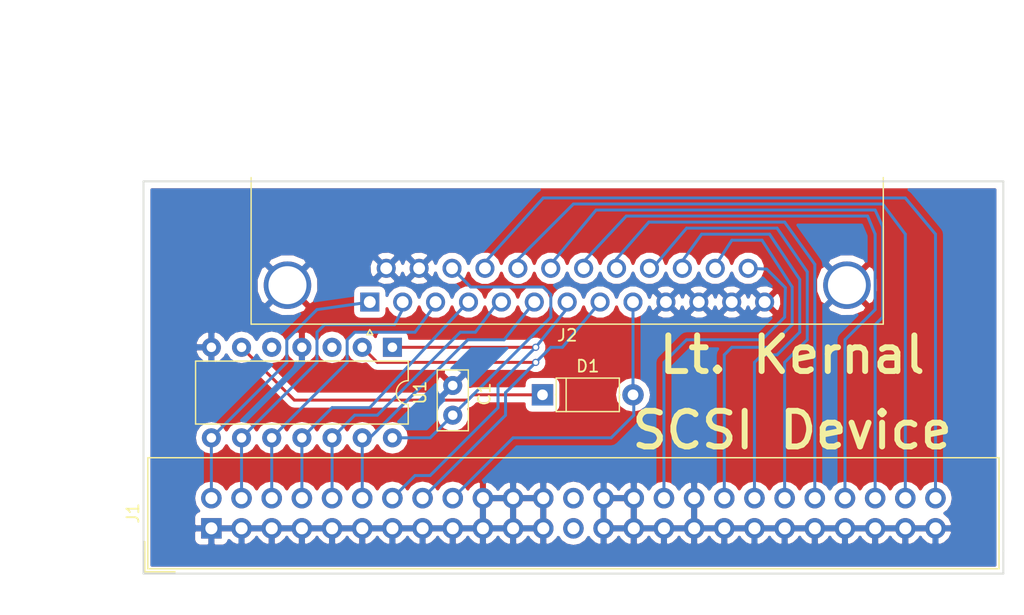
<source format=kicad_pcb>
(kicad_pcb (version 4) (host pcbnew 4.0.7-e2-6376~58~ubuntu16.04.1)

  (general
    (links 70)
    (no_connects 0)
    (area 72.795001 43.655 159.444 95.012382)
    (thickness 1.6)
    (drawings 13)
    (tracks 140)
    (zones 0)
    (modules 5)
    (nets 25)
  )

  (page A4)
  (layers
    (0 F.Cu signal)
    (31 B.Cu signal)
    (32 B.Adhes user)
    (33 F.Adhes user)
    (34 B.Paste user)
    (35 F.Paste user)
    (36 B.SilkS user)
    (37 F.SilkS user)
    (38 B.Mask user)
    (39 F.Mask user)
    (40 Dwgs.User user)
    (41 Cmts.User user)
    (42 Eco1.User user)
    (43 Eco2.User user)
    (44 Edge.Cuts user)
    (45 Margin user)
    (46 B.CrtYd user)
    (47 F.CrtYd user)
    (48 B.Fab user)
    (49 F.Fab user)
  )

  (setup
    (last_trace_width 0.25)
    (trace_clearance 0.2)
    (zone_clearance 0.508)
    (zone_45_only no)
    (trace_min 0.2)
    (segment_width 0.2)
    (edge_width 0.15)
    (via_size 0.6)
    (via_drill 0.4)
    (via_min_size 0.4)
    (via_min_drill 0.3)
    (uvia_size 0.3)
    (uvia_drill 0.1)
    (uvias_allowed no)
    (uvia_min_size 0.2)
    (uvia_min_drill 0.1)
    (pcb_text_width 0.3)
    (pcb_text_size 1.5 1.5)
    (mod_edge_width 0.15)
    (mod_text_size 1 1)
    (mod_text_width 0.15)
    (pad_size 1.524 1.524)
    (pad_drill 0.762)
    (pad_to_mask_clearance 0.2)
    (aux_axis_origin 0 0)
    (grid_origin 104.14 73.025)
    (visible_elements FFFFFF7F)
    (pcbplotparams
      (layerselection 0x010f0_80000001)
      (usegerberextensions false)
      (excludeedgelayer true)
      (linewidth 0.100000)
      (plotframeref false)
      (viasonmask false)
      (mode 1)
      (useauxorigin false)
      (hpglpennumber 1)
      (hpglpenspeed 20)
      (hpglpendiameter 15)
      (hpglpenoverlay 2)
      (psnegative false)
      (psa4output false)
      (plotreference true)
      (plotvalue true)
      (plotinvisibletext false)
      (padsonsilk false)
      (subtractmaskfromsilk false)
      (outputformat 1)
      (mirror false)
      (drillshape 0)
      (scaleselection 1)
      (outputdirectory gerbers))
  )

  (net 0 "")
  (net 1 D0)
  (net 2 D1)
  (net 3 D2)
  (net 4 D3)
  (net 5 D4)
  (net 6 D5)
  (net 7 D6)
  (net 8 D7)
  (net 9 DP)
  (net 10 "Net-(J1-Pad25)")
  (net 11 ATN)
  (net 12 BSY)
  (net 13 ACK)
  (net 14 MSG)
  (net 15 SEL)
  (net 16 CD)
  (net 17 REQ)
  (net 18 IO)
  (net 19 RST)
  (net 20 "Net-(J1-Pad26)")
  (net 21 "Net-(D1-Pad1)")
  (net 22 "Net-(U1-Pad5)")
  (net 23 GND)
  (net 24 VCC)

  (net_class Default "This is the default net class."
    (clearance 0.2)
    (trace_width 0.25)
    (via_dia 0.6)
    (via_drill 0.4)
    (uvia_dia 0.3)
    (uvia_drill 0.1)
    (add_net ACK)
    (add_net ATN)
    (add_net BSY)
    (add_net CD)
    (add_net D0)
    (add_net D1)
    (add_net D2)
    (add_net D3)
    (add_net D4)
    (add_net D5)
    (add_net D6)
    (add_net D7)
    (add_net DP)
    (add_net GND)
    (add_net IO)
    (add_net MSG)
    (add_net "Net-(D1-Pad1)")
    (add_net "Net-(J1-Pad25)")
    (add_net "Net-(J1-Pad26)")
    (add_net "Net-(U1-Pad5)")
    (add_net REQ)
    (add_net RST)
    (add_net SEL)
    (add_net VCC)
  )

  (module Connectors_IDC:IDC-Header_2x25_Pitch2.54mm_Straight (layer F.Cu) (tedit 59DE12FA) (tstamp 5AA1F442)
    (at 90.805 87.63 90)
    (descr "50 pins through hole IDC header")
    (tags "IDC header socket VASCH")
    (path /5A85C6EC)
    (fp_text reference J1 (at 1.27 -6.604 90) (layer F.SilkS)
      (effects (font (size 1 1) (thickness 0.15)))
    )
    (fp_text value Conn_02x25_Odd_Even (at 1.27 67.564 90) (layer F.Fab)
      (effects (font (size 1 1) (thickness 0.15)))
    )
    (fp_text user %R (at 1.27 30.48 90) (layer F.Fab)
      (effects (font (size 1 1) (thickness 0.15)))
    )
    (fp_line (start 5.695 -5.1) (end 5.695 66.06) (layer F.Fab) (width 0.1))
    (fp_line (start 5.145 -4.56) (end 5.145 65.5) (layer F.Fab) (width 0.1))
    (fp_line (start -3.155 -5.1) (end -3.155 66.06) (layer F.Fab) (width 0.1))
    (fp_line (start -2.605 -4.56) (end -2.605 28.23) (layer F.Fab) (width 0.1))
    (fp_line (start -2.605 32.73) (end -2.605 65.5) (layer F.Fab) (width 0.1))
    (fp_line (start -2.605 28.23) (end -3.155 28.23) (layer F.Fab) (width 0.1))
    (fp_line (start -2.605 32.73) (end -3.155 32.73) (layer F.Fab) (width 0.1))
    (fp_line (start 5.695 -5.1) (end -3.155 -5.1) (layer F.Fab) (width 0.1))
    (fp_line (start 5.145 -4.56) (end -2.605 -4.56) (layer F.Fab) (width 0.1))
    (fp_line (start 5.695 66.06) (end -3.155 66.06) (layer F.Fab) (width 0.1))
    (fp_line (start 5.145 65.5) (end -2.605 65.5) (layer F.Fab) (width 0.1))
    (fp_line (start 5.695 -5.1) (end 5.145 -4.56) (layer F.Fab) (width 0.1))
    (fp_line (start 5.695 66.06) (end 5.145 65.5) (layer F.Fab) (width 0.1))
    (fp_line (start -3.155 -5.1) (end -2.605 -4.56) (layer F.Fab) (width 0.1))
    (fp_line (start -3.155 66.06) (end -2.605 65.5) (layer F.Fab) (width 0.1))
    (fp_line (start 6.2 -5.85) (end 6.2 66.56) (layer F.CrtYd) (width 0.05))
    (fp_line (start 6.2 66.56) (end -3.91 66.56) (layer F.CrtYd) (width 0.05))
    (fp_line (start -3.91 66.56) (end -3.91 -5.85) (layer F.CrtYd) (width 0.05))
    (fp_line (start -3.91 -5.85) (end 6.2 -5.85) (layer F.CrtYd) (width 0.05))
    (fp_line (start 5.945 -5.35) (end 5.945 66.31) (layer F.SilkS) (width 0.12))
    (fp_line (start 5.945 66.31) (end -3.405 66.31) (layer F.SilkS) (width 0.12))
    (fp_line (start -3.405 66.31) (end -3.405 -5.35) (layer F.SilkS) (width 0.12))
    (fp_line (start -3.405 -5.35) (end 5.945 -5.35) (layer F.SilkS) (width 0.12))
    (fp_line (start -3.655 -5.6) (end -3.655 -3.06) (layer F.SilkS) (width 0.12))
    (fp_line (start -3.655 -5.6) (end -1.115 -5.6) (layer F.SilkS) (width 0.12))
    (pad 1 thru_hole rect (at 0 0 90) (size 1.7272 1.7272) (drill 1.016) (layers *.Cu *.Mask)
      (net 23 GND))
    (pad 2 thru_hole oval (at 2.54 0 90) (size 1.7272 1.7272) (drill 1.016) (layers *.Cu *.Mask)
      (net 1 D0))
    (pad 3 thru_hole oval (at 0 2.54 90) (size 1.7272 1.7272) (drill 1.016) (layers *.Cu *.Mask)
      (net 23 GND))
    (pad 4 thru_hole oval (at 2.54 2.54 90) (size 1.7272 1.7272) (drill 1.016) (layers *.Cu *.Mask)
      (net 2 D1))
    (pad 5 thru_hole oval (at 0 5.08 90) (size 1.7272 1.7272) (drill 1.016) (layers *.Cu *.Mask)
      (net 23 GND))
    (pad 6 thru_hole oval (at 2.54 5.08 90) (size 1.7272 1.7272) (drill 1.016) (layers *.Cu *.Mask)
      (net 3 D2))
    (pad 7 thru_hole oval (at 0 7.62 90) (size 1.7272 1.7272) (drill 1.016) (layers *.Cu *.Mask)
      (net 23 GND))
    (pad 8 thru_hole oval (at 2.54 7.62 90) (size 1.7272 1.7272) (drill 1.016) (layers *.Cu *.Mask)
      (net 4 D3))
    (pad 9 thru_hole oval (at 0 10.16 90) (size 1.7272 1.7272) (drill 1.016) (layers *.Cu *.Mask)
      (net 23 GND))
    (pad 10 thru_hole oval (at 2.54 10.16 90) (size 1.7272 1.7272) (drill 1.016) (layers *.Cu *.Mask)
      (net 5 D4))
    (pad 11 thru_hole oval (at 0 12.7 90) (size 1.7272 1.7272) (drill 1.016) (layers *.Cu *.Mask)
      (net 23 GND))
    (pad 12 thru_hole oval (at 2.54 12.7 90) (size 1.7272 1.7272) (drill 1.016) (layers *.Cu *.Mask)
      (net 6 D5))
    (pad 13 thru_hole oval (at 0 15.24 90) (size 1.7272 1.7272) (drill 1.016) (layers *.Cu *.Mask)
      (net 23 GND))
    (pad 14 thru_hole oval (at 2.54 15.24 90) (size 1.7272 1.7272) (drill 1.016) (layers *.Cu *.Mask)
      (net 7 D6))
    (pad 15 thru_hole oval (at 0 17.78 90) (size 1.7272 1.7272) (drill 1.016) (layers *.Cu *.Mask)
      (net 23 GND))
    (pad 16 thru_hole oval (at 2.54 17.78 90) (size 1.7272 1.7272) (drill 1.016) (layers *.Cu *.Mask)
      (net 8 D7))
    (pad 17 thru_hole oval (at 0 20.32 90) (size 1.7272 1.7272) (drill 1.016) (layers *.Cu *.Mask)
      (net 23 GND))
    (pad 18 thru_hole oval (at 2.54 20.32 90) (size 1.7272 1.7272) (drill 1.016) (layers *.Cu *.Mask)
      (net 9 DP))
    (pad 19 thru_hole oval (at 0 22.86 90) (size 1.7272 1.7272) (drill 1.016) (layers *.Cu *.Mask)
      (net 23 GND))
    (pad 20 thru_hole oval (at 2.54 22.86 90) (size 1.7272 1.7272) (drill 1.016) (layers *.Cu *.Mask)
      (net 23 GND))
    (pad 21 thru_hole oval (at 0 25.4 90) (size 1.7272 1.7272) (drill 1.016) (layers *.Cu *.Mask)
      (net 23 GND))
    (pad 22 thru_hole oval (at 2.54 25.4 90) (size 1.7272 1.7272) (drill 1.016) (layers *.Cu *.Mask)
      (net 23 GND))
    (pad 23 thru_hole oval (at 0 27.94 90) (size 1.7272 1.7272) (drill 1.016) (layers *.Cu *.Mask)
      (net 23 GND))
    (pad 24 thru_hole oval (at 2.54 27.94 90) (size 1.7272 1.7272) (drill 1.016) (layers *.Cu *.Mask)
      (net 23 GND))
    (pad 25 thru_hole oval (at 0 30.48 90) (size 1.7272 1.7272) (drill 1.016) (layers *.Cu *.Mask)
      (net 10 "Net-(J1-Pad25)"))
    (pad 26 thru_hole oval (at 2.54 30.48 90) (size 1.7272 1.7272) (drill 1.016) (layers *.Cu *.Mask)
      (net 20 "Net-(J1-Pad26)"))
    (pad 27 thru_hole oval (at 0 33.02 90) (size 1.7272 1.7272) (drill 1.016) (layers *.Cu *.Mask)
      (net 23 GND))
    (pad 28 thru_hole oval (at 2.54 33.02 90) (size 1.7272 1.7272) (drill 1.016) (layers *.Cu *.Mask)
      (net 23 GND))
    (pad 29 thru_hole oval (at 0 35.56 90) (size 1.7272 1.7272) (drill 1.016) (layers *.Cu *.Mask)
      (net 23 GND))
    (pad 30 thru_hole oval (at 2.54 35.56 90) (size 1.7272 1.7272) (drill 1.016) (layers *.Cu *.Mask)
      (net 23 GND))
    (pad 31 thru_hole oval (at 0 38.1 90) (size 1.7272 1.7272) (drill 1.016) (layers *.Cu *.Mask)
      (net 23 GND))
    (pad 32 thru_hole oval (at 2.54 38.1 90) (size 1.7272 1.7272) (drill 1.016) (layers *.Cu *.Mask)
      (net 11 ATN))
    (pad 33 thru_hole oval (at 0 40.64 90) (size 1.7272 1.7272) (drill 1.016) (layers *.Cu *.Mask)
      (net 23 GND))
    (pad 34 thru_hole oval (at 2.54 40.64 90) (size 1.7272 1.7272) (drill 1.016) (layers *.Cu *.Mask)
      (net 23 GND))
    (pad 35 thru_hole oval (at 0 43.18 90) (size 1.7272 1.7272) (drill 1.016) (layers *.Cu *.Mask)
      (net 23 GND))
    (pad 36 thru_hole oval (at 2.54 43.18 90) (size 1.7272 1.7272) (drill 1.016) (layers *.Cu *.Mask)
      (net 12 BSY))
    (pad 37 thru_hole oval (at 0 45.72 90) (size 1.7272 1.7272) (drill 1.016) (layers *.Cu *.Mask)
      (net 23 GND))
    (pad 38 thru_hole oval (at 2.54 45.72 90) (size 1.7272 1.7272) (drill 1.016) (layers *.Cu *.Mask)
      (net 13 ACK))
    (pad 39 thru_hole oval (at 0 48.26 90) (size 1.7272 1.7272) (drill 1.016) (layers *.Cu *.Mask)
      (net 23 GND))
    (pad 40 thru_hole oval (at 2.54 48.26 90) (size 1.7272 1.7272) (drill 1.016) (layers *.Cu *.Mask)
      (net 19 RST))
    (pad 41 thru_hole oval (at 0 50.8 90) (size 1.7272 1.7272) (drill 1.016) (layers *.Cu *.Mask)
      (net 23 GND))
    (pad 42 thru_hole oval (at 2.54 50.8 90) (size 1.7272 1.7272) (drill 1.016) (layers *.Cu *.Mask)
      (net 14 MSG))
    (pad 43 thru_hole oval (at 0 53.34 90) (size 1.7272 1.7272) (drill 1.016) (layers *.Cu *.Mask)
      (net 23 GND))
    (pad 44 thru_hole oval (at 2.54 53.34 90) (size 1.7272 1.7272) (drill 1.016) (layers *.Cu *.Mask)
      (net 15 SEL))
    (pad 45 thru_hole oval (at 0 55.88 90) (size 1.7272 1.7272) (drill 1.016) (layers *.Cu *.Mask)
      (net 23 GND))
    (pad 46 thru_hole oval (at 2.54 55.88 90) (size 1.7272 1.7272) (drill 1.016) (layers *.Cu *.Mask)
      (net 16 CD))
    (pad 47 thru_hole oval (at 0 58.42 90) (size 1.7272 1.7272) (drill 1.016) (layers *.Cu *.Mask)
      (net 23 GND))
    (pad 48 thru_hole oval (at 2.54 58.42 90) (size 1.7272 1.7272) (drill 1.016) (layers *.Cu *.Mask)
      (net 17 REQ))
    (pad 49 thru_hole oval (at 0 60.96 90) (size 1.7272 1.7272) (drill 1.016) (layers *.Cu *.Mask)
      (net 23 GND))
    (pad 50 thru_hole oval (at 2.54 60.96 90) (size 1.7272 1.7272) (drill 1.016) (layers *.Cu *.Mask)
      (net 18 IO))
    (model ${KISYS3DMOD}/Connectors_IDC.3dshapes/IDC-Header_2x25_Pitch2.54mm_Straight.wrl
      (at (xyz 0 0 0))
      (scale (xyz 1 1 1))
      (rotate (xyz 0 0 0))
    )
  )

  (module Connectors_DSub:DSUB-25_Female_Horizontal_Pitch2.77x2.84mm_EdgePinOffset7.70mm_Housed_MountingHolesOffset9.12mm (layer F.Cu) (tedit 59F2C3AB) (tstamp 5AA1F486)
    (at 104.14 68.58 180)
    (descr "25-pin D-Sub connector, horizontal/angled (90 deg), THT-mount, female, pitch 2.77x2.84mm, pin-PCB-offset 7.699999999999999mm, distance of mounting holes 47.1mm, distance of mounting holes to PCB edge 9.12mm, see https://disti-assets.s3.amazonaws.com/tonar/files/datasheets/16730.pdf")
    (tags "25-pin D-Sub connector horizontal angled 90deg THT female pitch 2.77x2.84mm pin-PCB-offset 7.699999999999999mm mounting-holes-distance 47.1mm mounting-hole-offset 47.1mm")
    (path /5A85C7B4)
    (fp_text reference J2 (at -16.62 -2.8 180) (layer F.SilkS)
      (effects (font (size 1 1) (thickness 0.15)))
    )
    (fp_text value DB25_Female_MountingHoles (at -16.62 18.61 180) (layer F.Fab)
      (effects (font (size 1 1) (thickness 0.15)))
    )
    (fp_arc (start -40.17 1.42) (end -41.77 1.42) (angle 180) (layer F.Fab) (width 0.1))
    (fp_arc (start 6.93 1.42) (end 5.33 1.42) (angle 180) (layer F.Fab) (width 0.1))
    (fp_line (start -43.17 -1.8) (end -43.17 10.54) (layer F.Fab) (width 0.1))
    (fp_line (start -43.17 10.54) (end 9.93 10.54) (layer F.Fab) (width 0.1))
    (fp_line (start 9.93 10.54) (end 9.93 -1.8) (layer F.Fab) (width 0.1))
    (fp_line (start 9.93 -1.8) (end -43.17 -1.8) (layer F.Fab) (width 0.1))
    (fp_line (start -43.17 10.54) (end -43.17 10.94) (layer F.Fab) (width 0.1))
    (fp_line (start -43.17 10.94) (end 9.93 10.94) (layer F.Fab) (width 0.1))
    (fp_line (start 9.93 10.94) (end 9.93 10.54) (layer F.Fab) (width 0.1))
    (fp_line (start 9.93 10.54) (end -43.17 10.54) (layer F.Fab) (width 0.1))
    (fp_line (start -35.77 10.94) (end -35.77 17.11) (layer F.Fab) (width 0.1))
    (fp_line (start -35.77 17.11) (end 2.53 17.11) (layer F.Fab) (width 0.1))
    (fp_line (start 2.53 17.11) (end 2.53 10.94) (layer F.Fab) (width 0.1))
    (fp_line (start 2.53 10.94) (end -35.77 10.94) (layer F.Fab) (width 0.1))
    (fp_line (start -42.67 10.94) (end -42.67 15.94) (layer F.Fab) (width 0.1))
    (fp_line (start -42.67 15.94) (end -37.67 15.94) (layer F.Fab) (width 0.1))
    (fp_line (start -37.67 15.94) (end -37.67 10.94) (layer F.Fab) (width 0.1))
    (fp_line (start -37.67 10.94) (end -42.67 10.94) (layer F.Fab) (width 0.1))
    (fp_line (start 4.43 10.94) (end 4.43 15.94) (layer F.Fab) (width 0.1))
    (fp_line (start 4.43 15.94) (end 9.43 15.94) (layer F.Fab) (width 0.1))
    (fp_line (start 9.43 15.94) (end 9.43 10.94) (layer F.Fab) (width 0.1))
    (fp_line (start 9.43 10.94) (end 4.43 10.94) (layer F.Fab) (width 0.1))
    (fp_line (start -41.77 10.54) (end -41.77 1.42) (layer F.Fab) (width 0.1))
    (fp_line (start -38.57 10.54) (end -38.57 1.42) (layer F.Fab) (width 0.1))
    (fp_line (start 5.33 10.54) (end 5.33 1.42) (layer F.Fab) (width 0.1))
    (fp_line (start 8.53 10.54) (end 8.53 1.42) (layer F.Fab) (width 0.1))
    (fp_line (start -43.23 10.48) (end -43.23 -1.86) (layer F.SilkS) (width 0.12))
    (fp_line (start -43.23 -1.86) (end 9.99 -1.86) (layer F.SilkS) (width 0.12))
    (fp_line (start 9.99 -1.86) (end 9.99 10.48) (layer F.SilkS) (width 0.12))
    (fp_line (start -0.25 -2.754338) (end 0.25 -2.754338) (layer F.SilkS) (width 0.12))
    (fp_line (start 0.25 -2.754338) (end 0 -2.321325) (layer F.SilkS) (width 0.12))
    (fp_line (start 0 -2.321325) (end -0.25 -2.754338) (layer F.SilkS) (width 0.12))
    (fp_line (start -43.7 -2.35) (end -43.7 17.65) (layer F.CrtYd) (width 0.05))
    (fp_line (start -43.7 17.65) (end 10.45 17.65) (layer F.CrtYd) (width 0.05))
    (fp_line (start 10.45 17.65) (end 10.45 -2.35) (layer F.CrtYd) (width 0.05))
    (fp_line (start 10.45 -2.35) (end -43.7 -2.35) (layer F.CrtYd) (width 0.05))
    (fp_text user %R (at -16.62 14.025 180) (layer F.Fab)
      (effects (font (size 1 1) (thickness 0.15)))
    )
    (pad 1 thru_hole rect (at 0 0 180) (size 1.6 1.6) (drill 1) (layers *.Cu *.Mask)
      (net 1 D0))
    (pad 2 thru_hole circle (at -2.77 0 180) (size 1.6 1.6) (drill 1) (layers *.Cu *.Mask)
      (net 2 D1))
    (pad 3 thru_hole circle (at -5.54 0 180) (size 1.6 1.6) (drill 1) (layers *.Cu *.Mask)
      (net 3 D2))
    (pad 4 thru_hole circle (at -8.31 0 180) (size 1.6 1.6) (drill 1) (layers *.Cu *.Mask)
      (net 4 D3))
    (pad 5 thru_hole circle (at -11.08 0 180) (size 1.6 1.6) (drill 1) (layers *.Cu *.Mask)
      (net 5 D4))
    (pad 6 thru_hole circle (at -13.85 0 180) (size 1.6 1.6) (drill 1) (layers *.Cu *.Mask)
      (net 6 D5))
    (pad 7 thru_hole circle (at -16.62 0 180) (size 1.6 1.6) (drill 1) (layers *.Cu *.Mask)
      (net 7 D6))
    (pad 8 thru_hole circle (at -19.39 0 180) (size 1.6 1.6) (drill 1) (layers *.Cu *.Mask)
      (net 8 D7))
    (pad 9 thru_hole circle (at -22.16 0 180) (size 1.6 1.6) (drill 1) (layers *.Cu *.Mask)
      (net 9 DP))
    (pad 10 thru_hole circle (at -24.93 0 180) (size 1.6 1.6) (drill 1) (layers *.Cu *.Mask)
      (net 23 GND))
    (pad 11 thru_hole circle (at -27.7 0 180) (size 1.6 1.6) (drill 1) (layers *.Cu *.Mask)
      (net 23 GND))
    (pad 12 thru_hole circle (at -30.47 0 180) (size 1.6 1.6) (drill 1) (layers *.Cu *.Mask)
      (net 23 GND))
    (pad 13 thru_hole circle (at -33.24 0 180) (size 1.6 1.6) (drill 1) (layers *.Cu *.Mask)
      (net 23 GND))
    (pad 14 thru_hole circle (at -1.385 2.84 180) (size 1.6 1.6) (drill 1) (layers *.Cu *.Mask)
      (net 23 GND))
    (pad 15 thru_hole circle (at -4.155 2.84 180) (size 1.6 1.6) (drill 1) (layers *.Cu *.Mask)
      (net 23 GND))
    (pad 16 thru_hole circle (at -6.925 2.84 180) (size 1.6 1.6) (drill 1) (layers *.Cu *.Mask)
      (net 24 VCC))
    (pad 17 thru_hole circle (at -9.695 2.84 180) (size 1.6 1.6) (drill 1) (layers *.Cu *.Mask)
      (net 18 IO))
    (pad 18 thru_hole circle (at -12.465 2.84 180) (size 1.6 1.6) (drill 1) (layers *.Cu *.Mask)
      (net 17 REQ))
    (pad 19 thru_hole circle (at -15.235 2.84 180) (size 1.6 1.6) (drill 1) (layers *.Cu *.Mask)
      (net 16 CD))
    (pad 20 thru_hole circle (at -18.005 2.84 180) (size 1.6 1.6) (drill 1) (layers *.Cu *.Mask)
      (net 15 SEL))
    (pad 21 thru_hole circle (at -20.775 2.84 180) (size 1.6 1.6) (drill 1) (layers *.Cu *.Mask)
      (net 14 MSG))
    (pad 22 thru_hole circle (at -23.545 2.84 180) (size 1.6 1.6) (drill 1) (layers *.Cu *.Mask)
      (net 19 RST))
    (pad 23 thru_hole circle (at -26.315 2.84 180) (size 1.6 1.6) (drill 1) (layers *.Cu *.Mask)
      (net 13 ACK))
    (pad 24 thru_hole circle (at -29.085 2.84 180) (size 1.6 1.6) (drill 1) (layers *.Cu *.Mask)
      (net 12 BSY))
    (pad 25 thru_hole circle (at -31.855 2.84 180) (size 1.6 1.6) (drill 1) (layers *.Cu *.Mask)
      (net 11 ATN))
    (pad 0 thru_hole circle (at -40.17 1.42 180) (size 4 4) (drill 3.2) (layers *.Cu *.Mask)
      (net 23 GND))
    (pad 0 thru_hole circle (at 6.93 1.42 180) (size 4 4) (drill 3.2) (layers *.Cu *.Mask)
      (net 23 GND))
    (model ${KISYS3DMOD}/Connectors_DSub.3dshapes/DSUB-25_Female_Horizontal_Pitch2.77x2.84mm_EdgePinOffset7.70mm_Housed_MountingHolesOffset9.12mm.wrl
      (at (xyz 0 0 0))
      (scale (xyz 1 1 1))
      (rotate (xyz 0 0 0))
    )
  )

  (module Diodes_THT:D_A-405_P7.62mm_Horizontal (layer F.Cu) (tedit 5921392E) (tstamp 5AAB15EC)
    (at 118.6815 76.3905)
    (descr "D, A-405 series, Axial, Horizontal, pin pitch=7.62mm, , length*diameter=5.2*2.7mm^2, , http://www.diodes.com/_files/packages/A-405.pdf")
    (tags "D A-405 series Axial Horizontal pin pitch 7.62mm  length 5.2mm diameter 2.7mm")
    (path /5A85D25C)
    (fp_text reference D1 (at 3.81 -2.41) (layer F.SilkS)
      (effects (font (size 1 1) (thickness 0.15)))
    )
    (fp_text value D (at 3.81 2.41) (layer F.Fab)
      (effects (font (size 1 1) (thickness 0.15)))
    )
    (fp_text user %R (at 3.81 0) (layer F.Fab)
      (effects (font (size 1 1) (thickness 0.15)))
    )
    (fp_line (start 1.21 -1.35) (end 1.21 1.35) (layer F.Fab) (width 0.1))
    (fp_line (start 1.21 1.35) (end 6.41 1.35) (layer F.Fab) (width 0.1))
    (fp_line (start 6.41 1.35) (end 6.41 -1.35) (layer F.Fab) (width 0.1))
    (fp_line (start 6.41 -1.35) (end 1.21 -1.35) (layer F.Fab) (width 0.1))
    (fp_line (start 0 0) (end 1.21 0) (layer F.Fab) (width 0.1))
    (fp_line (start 7.62 0) (end 6.41 0) (layer F.Fab) (width 0.1))
    (fp_line (start 1.99 -1.35) (end 1.99 1.35) (layer F.Fab) (width 0.1))
    (fp_line (start 1.15 -1.41) (end 1.15 1.41) (layer F.SilkS) (width 0.12))
    (fp_line (start 1.15 1.41) (end 6.47 1.41) (layer F.SilkS) (width 0.12))
    (fp_line (start 6.47 1.41) (end 6.47 -1.41) (layer F.SilkS) (width 0.12))
    (fp_line (start 6.47 -1.41) (end 1.15 -1.41) (layer F.SilkS) (width 0.12))
    (fp_line (start 1.08 0) (end 1.15 0) (layer F.SilkS) (width 0.12))
    (fp_line (start 6.54 0) (end 6.47 0) (layer F.SilkS) (width 0.12))
    (fp_line (start 1.99 -1.41) (end 1.99 1.41) (layer F.SilkS) (width 0.12))
    (fp_line (start -1.15 -1.7) (end -1.15 1.7) (layer F.CrtYd) (width 0.05))
    (fp_line (start -1.15 1.7) (end 8.8 1.7) (layer F.CrtYd) (width 0.05))
    (fp_line (start 8.8 1.7) (end 8.8 -1.7) (layer F.CrtYd) (width 0.05))
    (fp_line (start 8.8 -1.7) (end -1.15 -1.7) (layer F.CrtYd) (width 0.05))
    (pad 1 thru_hole rect (at 0 0) (size 1.8 1.8) (drill 0.9) (layers *.Cu *.Mask)
      (net 21 "Net-(D1-Pad1)"))
    (pad 2 thru_hole oval (at 7.62 0) (size 1.8 1.8) (drill 0.9) (layers *.Cu *.Mask)
      (net 9 DP))
    (model ${KISYS3DMOD}/Diodes_THT.3dshapes/D_A-405_P7.62mm_Horizontal.wrl
      (at (xyz 0 0 0))
      (scale (xyz 0.393701 0.393701 0.393701))
      (rotate (xyz 0 0 0))
    )
  )

  (module Housings_DIP:DIP-14_W7.62mm (layer F.Cu) (tedit 59C78D6B) (tstamp 5AAB160E)
    (at 106.045 72.39 270)
    (descr "14-lead though-hole mounted DIP package, row spacing 7.62 mm (300 mils)")
    (tags "THT DIP DIL PDIP 2.54mm 7.62mm 300mil")
    (path /5A85CF97)
    (fp_text reference U1 (at 3.81 -2.33 270) (layer F.SilkS)
      (effects (font (size 1 1) (thickness 0.15)))
    )
    (fp_text value 74LS280 (at 3.81 17.57 270) (layer F.Fab)
      (effects (font (size 1 1) (thickness 0.15)))
    )
    (fp_arc (start 3.81 -1.33) (end 2.81 -1.33) (angle -180) (layer F.SilkS) (width 0.12))
    (fp_line (start 1.635 -1.27) (end 6.985 -1.27) (layer F.Fab) (width 0.1))
    (fp_line (start 6.985 -1.27) (end 6.985 16.51) (layer F.Fab) (width 0.1))
    (fp_line (start 6.985 16.51) (end 0.635 16.51) (layer F.Fab) (width 0.1))
    (fp_line (start 0.635 16.51) (end 0.635 -0.27) (layer F.Fab) (width 0.1))
    (fp_line (start 0.635 -0.27) (end 1.635 -1.27) (layer F.Fab) (width 0.1))
    (fp_line (start 2.81 -1.33) (end 1.16 -1.33) (layer F.SilkS) (width 0.12))
    (fp_line (start 1.16 -1.33) (end 1.16 16.57) (layer F.SilkS) (width 0.12))
    (fp_line (start 1.16 16.57) (end 6.46 16.57) (layer F.SilkS) (width 0.12))
    (fp_line (start 6.46 16.57) (end 6.46 -1.33) (layer F.SilkS) (width 0.12))
    (fp_line (start 6.46 -1.33) (end 4.81 -1.33) (layer F.SilkS) (width 0.12))
    (fp_line (start -1.1 -1.55) (end -1.1 16.8) (layer F.CrtYd) (width 0.05))
    (fp_line (start -1.1 16.8) (end 8.7 16.8) (layer F.CrtYd) (width 0.05))
    (fp_line (start 8.7 16.8) (end 8.7 -1.55) (layer F.CrtYd) (width 0.05))
    (fp_line (start 8.7 -1.55) (end -1.1 -1.55) (layer F.CrtYd) (width 0.05))
    (fp_text user %R (at 3.81 7.62 270) (layer F.Fab)
      (effects (font (size 1 1) (thickness 0.15)))
    )
    (pad 1 thru_hole rect (at 0 0 270) (size 1.6 1.6) (drill 0.8) (layers *.Cu *.Mask)
      (net 7 D6))
    (pad 8 thru_hole oval (at 7.62 15.24 270) (size 1.6 1.6) (drill 0.8) (layers *.Cu *.Mask)
      (net 1 D0))
    (pad 2 thru_hole oval (at 0 2.54 270) (size 1.6 1.6) (drill 0.8) (layers *.Cu *.Mask)
      (net 8 D7))
    (pad 9 thru_hole oval (at 7.62 12.7 270) (size 1.6 1.6) (drill 0.8) (layers *.Cu *.Mask)
      (net 2 D1))
    (pad 3 thru_hole oval (at 0 5.08 270) (size 1.6 1.6) (drill 0.8) (layers *.Cu *.Mask))
    (pad 10 thru_hole oval (at 7.62 10.16 270) (size 1.6 1.6) (drill 0.8) (layers *.Cu *.Mask)
      (net 3 D2))
    (pad 4 thru_hole oval (at 0 7.62 270) (size 1.6 1.6) (drill 0.8) (layers *.Cu *.Mask)
      (net 23 GND))
    (pad 11 thru_hole oval (at 7.62 7.62 270) (size 1.6 1.6) (drill 0.8) (layers *.Cu *.Mask)
      (net 4 D3))
    (pad 5 thru_hole oval (at 0 10.16 270) (size 1.6 1.6) (drill 0.8) (layers *.Cu *.Mask)
      (net 22 "Net-(U1-Pad5)"))
    (pad 12 thru_hole oval (at 7.62 5.08 270) (size 1.6 1.6) (drill 0.8) (layers *.Cu *.Mask)
      (net 5 D4))
    (pad 6 thru_hole oval (at 0 12.7 270) (size 1.6 1.6) (drill 0.8) (layers *.Cu *.Mask)
      (net 21 "Net-(D1-Pad1)"))
    (pad 13 thru_hole oval (at 7.62 2.54 270) (size 1.6 1.6) (drill 0.8) (layers *.Cu *.Mask)
      (net 6 D5))
    (pad 7 thru_hole oval (at 0 15.24 270) (size 1.6 1.6) (drill 0.8) (layers *.Cu *.Mask)
      (net 23 GND))
    (pad 14 thru_hole oval (at 7.62 0 270) (size 1.6 1.6) (drill 0.8) (layers *.Cu *.Mask)
      (net 24 VCC))
    (model ${KISYS3DMOD}/Housings_DIP.3dshapes/DIP-14_W7.62mm.wrl
      (at (xyz 0 0 0))
      (scale (xyz 1 1 1))
      (rotate (xyz 0 0 0))
    )
  )

  (module Capacitors_THT:C_Disc_D5.0mm_W2.5mm_P2.50mm (layer F.Cu) (tedit 5A98260A) (tstamp 5AB45067)
    (at 111.125 78.105 90)
    (descr "C, Disc series, Radial, pin pitch=2.50mm, , diameter*width=5*2.5mm^2, Capacitor, http://cdn-reichelt.de/documents/datenblatt/B300/DS_KERKO_TC.pdf")
    (tags "C Disc series Radial pin pitch 2.50mm  diameter 5mm width 2.5mm Capacitor")
    (path /5A85D80E)
    (fp_text reference C1 (at 1.778 2.667 90) (layer F.SilkS)
      (effects (font (size 1 1) (thickness 0.15)))
    )
    (fp_text value C (at 1.25 2.56 90) (layer F.Fab)
      (effects (font (size 1 1) (thickness 0.15)))
    )
    (fp_line (start -1.25 -1.25) (end -1.25 1.25) (layer F.Fab) (width 0.1))
    (fp_line (start -1.25 1.25) (end 3.75 1.25) (layer F.Fab) (width 0.1))
    (fp_line (start 3.75 1.25) (end 3.75 -1.25) (layer F.Fab) (width 0.1))
    (fp_line (start 3.75 -1.25) (end -1.25 -1.25) (layer F.Fab) (width 0.1))
    (fp_line (start -1.31 -1.31) (end 3.81 -1.31) (layer F.SilkS) (width 0.12))
    (fp_line (start -1.31 1.31) (end 3.81 1.31) (layer F.SilkS) (width 0.12))
    (fp_line (start -1.31 -1.31) (end -1.31 1.31) (layer F.SilkS) (width 0.12))
    (fp_line (start 3.81 -1.31) (end 3.81 1.31) (layer F.SilkS) (width 0.12))
    (fp_line (start -1.6 -1.6) (end -1.6 1.6) (layer F.CrtYd) (width 0.05))
    (fp_line (start -1.6 1.6) (end 4.1 1.6) (layer F.CrtYd) (width 0.05))
    (fp_line (start 4.1 1.6) (end 4.1 -1.6) (layer F.CrtYd) (width 0.05))
    (fp_line (start 4.1 -1.6) (end -1.6 -1.6) (layer F.CrtYd) (width 0.05))
    (fp_text user %R (at 1.25 0 90) (layer F.Fab)
      (effects (font (size 1 1) (thickness 0.15)))
    )
    (pad 1 thru_hole circle (at 0 0 90) (size 1.6 1.6) (drill 0.8) (layers *.Cu *.Mask)
      (net 24 VCC))
    (pad 2 thru_hole circle (at 2.5 0 90) (size 1.6 1.6) (drill 0.8) (layers *.Cu *.Mask)
      (net 23 GND))
    (model ${KISYS3DMOD}/Capacitors_THT.3dshapes/C_Disc_D5.0mm_W2.5mm_P2.50mm.wrl
      (at (xyz 0 0 0))
      (scale (xyz 1 1 1))
      (rotate (xyz 0 0 0))
    )
  )

  (gr_text "Quartermaster\nParity Generator\nFor Lt. Kernal" (at 88.9 65.405 90) (layer F.Mask)
    (effects (font (size 1 1) (thickness 0.25)))
  )
  (gr_text "SCSI Device" (at 139.7 79.375) (layer F.SilkS)
    (effects (font (size 3 3) (thickness 0.5)))
  )
  (gr_text "Lt. Kernal" (at 139.7 73.025) (layer F.SilkS)
    (effects (font (size 3 3) (thickness 0.5)))
  )
  (gr_text "(c) 2018 David Wood" (at 154.94 69.85 90) (layer F.Mask)
    (effects (font (size 1.2 1.2) (thickness 0.3)))
  )
  (gr_text "Lieutenant Kernal\nDB25 only!" (at 104.902 61.849) (layer B.Mask)
    (effects (font (size 1.5 1.5) (thickness 0.3)) (justify mirror))
  )
  (gr_line (start 157.48 91.44) (end 157.48 89.535) (angle 90) (layer Edge.Cuts) (width 0.15))
  (gr_line (start 85.09 91.44) (end 157.48 91.44) (angle 90) (layer Edge.Cuts) (width 0.15))
  (gr_line (start 85.09 89.535) (end 85.09 91.44) (angle 90) (layer Edge.Cuts) (width 0.15))
  (dimension 33.02 (width 0.3) (layer Dwgs.User)
    (gr_text "33.020 mm" (at 79.295 74.93 270) (layer Dwgs.User)
      (effects (font (size 1.5 1.5) (thickness 0.3)))
    )
    (feature1 (pts (xy 84.455 91.44) (xy 77.945 91.44)))
    (feature2 (pts (xy 84.455 58.42) (xy 77.945 58.42)))
    (crossbar (pts (xy 80.645 58.42) (xy 80.645 91.44)))
    (arrow1a (pts (xy 80.645 91.44) (xy 80.058579 90.313496)))
    (arrow1b (pts (xy 80.645 91.44) (xy 81.231421 90.313496)))
    (arrow2a (pts (xy 80.645 58.42) (xy 80.058579 59.546504)))
    (arrow2b (pts (xy 80.645 58.42) (xy 81.231421 59.546504)))
  )
  (dimension 72.39 (width 0.3) (layer Dwgs.User)
    (gr_text "72.390 mm" (at 121.285 45.005) (layer Dwgs.User)
      (effects (font (size 1.5 1.5) (thickness 0.3)))
    )
    (feature1 (pts (xy 157.48 49.53) (xy 157.48 43.655)))
    (feature2 (pts (xy 85.09 49.53) (xy 85.09 43.655)))
    (crossbar (pts (xy 85.09 46.355) (xy 157.48 46.355)))
    (arrow1a (pts (xy 157.48 46.355) (xy 156.353496 46.941421)))
    (arrow1b (pts (xy 157.48 46.355) (xy 156.353496 45.768579)))
    (arrow2a (pts (xy 85.09 46.355) (xy 86.216504 46.941421)))
    (arrow2b (pts (xy 85.09 46.355) (xy 86.216504 45.768579)))
  )
  (gr_line (start 157.48 58.42) (end 157.48 89.535) (angle 90) (layer Edge.Cuts) (width 0.15))
  (gr_line (start 85.09 58.42) (end 157.48 58.42) (angle 90) (layer Edge.Cuts) (width 0.15))
  (gr_line (start 85.09 89.535) (end 85.09 58.42) (angle 90) (layer Edge.Cuts) (width 0.15))

  (segment (start 104.14 68.58) (end 99.695 69.215) (width 0.25) (layer B.Cu) (net 1) (status 10))
  (segment (start 97.155 73.66) (end 90.805 80.01) (width 0.25) (layer B.Cu) (net 1) (tstamp 5AAB177E))
  (segment (start 97.155 71.755) (end 97.155 73.66) (width 0.25) (layer B.Cu) (net 1) (tstamp 5AAB177D))
  (segment (start 99.695 69.215) (end 97.155 71.755) (width 0.25) (layer B.Cu) (net 1) (tstamp 5AAB177C))
  (segment (start 90.805 85.09) (end 90.805 80.01) (width 0.25) (layer B.Cu) (net 1) (status 10))
  (segment (start 104.14 68.58) (end 104.14 69.215) (width 0.25) (layer B.Cu) (net 1) (status 30))
  (segment (start 106.91 68.58) (end 106.91 69.169998) (width 0.25) (layer B.Cu) (net 2) (status 30))
  (segment (start 106.91 69.169998) (end 106.229998 70.485) (width 0.25) (layer B.Cu) (net 2) (tstamp 5AAB1774) (status 10))
  (segment (start 99.695 73.66) (end 93.345 80.01) (width 0.25) (layer B.Cu) (net 2) (tstamp 5AAB1778))
  (segment (start 99.695 71.12) (end 99.695 73.66) (width 0.25) (layer B.Cu) (net 2) (tstamp 5AAB1777))
  (segment (start 100.33 70.485) (end 99.695 71.12) (width 0.25) (layer B.Cu) (net 2) (tstamp 5AAB1776))
  (segment (start 106.229998 70.485) (end 100.33 70.485) (width 0.25) (layer B.Cu) (net 2) (tstamp 5AAB1775))
  (segment (start 93.345 85.09) (end 93.345 80.01) (width 0.25) (layer B.Cu) (net 2) (status 10))
  (segment (start 106.91 68.58) (end 106.91 68.985) (width 0.25) (layer B.Cu) (net 2) (status 30))
  (segment (start 109.68 68.58) (end 109.68 68.755) (width 0.25) (layer B.Cu) (net 3) (status 30))
  (segment (start 109.68 68.755) (end 107.95 71.12) (width 0.25) (layer B.Cu) (net 3) (tstamp 5AAB176B) (status 10))
  (segment (start 102.235 73.66) (end 95.885 80.01) (width 0.25) (layer B.Cu) (net 3) (tstamp 5AAB1770))
  (segment (start 102.235 71.755) (end 102.235 73.66) (width 0.25) (layer B.Cu) (net 3) (tstamp 5AAB176F))
  (segment (start 102.87 71.12) (end 102.235 71.755) (width 0.25) (layer B.Cu) (net 3) (tstamp 5AAB176E))
  (segment (start 107.95 71.12) (end 102.87 71.12) (width 0.25) (layer B.Cu) (net 3) (tstamp 5AAB176C))
  (segment (start 95.885 85.09) (end 95.885 80.01) (width 0.25) (layer B.Cu) (net 3) (status 10))
  (segment (start 112.45 68.58) (end 112.395 68.58) (width 0.25) (layer B.Cu) (net 4) (status 30))
  (segment (start 112.395 68.58) (end 104.14 77.47) (width 0.25) (layer B.Cu) (net 4) (tstamp 5AAB1764) (status 10))
  (segment (start 100.965 77.47) (end 98.425 80.01) (width 0.25) (layer B.Cu) (net 4) (tstamp 5AAB1767))
  (segment (start 104.14 77.47) (end 100.965 77.47) (width 0.25) (layer B.Cu) (net 4) (tstamp 5AAB1765))
  (segment (start 98.425 85.09) (end 98.425 80.01) (width 0.25) (layer B.Cu) (net 4) (status 10))
  (segment (start 115.22 68.58) (end 114.935 68.58) (width 0.25) (layer B.Cu) (net 5) (status 30))
  (segment (start 114.935 68.58) (end 113.03 71.12) (width 0.25) (layer B.Cu) (net 5) (tstamp 5AB45104) (status 10))
  (segment (start 102.87 78.105) (end 100.965 80.01) (width 0.25) (layer B.Cu) (net 5) (tstamp 5AB4510B))
  (segment (start 104.775 78.105) (end 102.87 78.105) (width 0.25) (layer B.Cu) (net 5) (tstamp 5AB45109))
  (segment (start 111.76 71.12) (end 104.775 78.105) (width 0.25) (layer B.Cu) (net 5) (tstamp 5AB45107))
  (segment (start 113.03 71.12) (end 111.76 71.12) (width 0.25) (layer B.Cu) (net 5) (tstamp 5AB45105))
  (segment (start 100.965 85.09) (end 100.965 80.01) (width 0.25) (layer B.Cu) (net 5) (status 10))
  (segment (start 103.505 80.01) (end 104.14 80.01) (width 0.25) (layer B.Cu) (net 6))
  (segment (start 104.14 80.01) (end 112.395 71.755) (width 0.25) (layer B.Cu) (net 6) (tstamp 5AB45116))
  (segment (start 115.45 71.755) (end 117.99 68.58) (width 0.25) (layer B.Cu) (net 6) (tstamp 5AB45119) (status 20))
  (segment (start 112.395 71.755) (end 115.45 71.755) (width 0.25) (layer B.Cu) (net 6) (tstamp 5AB45117))
  (segment (start 103.505 85.09) (end 103.505 80.01) (width 0.25) (layer B.Cu) (net 6) (status 10))
  (segment (start 117.99 68.58) (end 117.475 68.58) (width 0.25) (layer B.Cu) (net 6) (status 30))
  (segment (start 118.11 72.39) (end 114.935 75.565) (width 0.25) (layer B.Cu) (net 7))
  (segment (start 107.95 83.185) (end 106.045 85.09) (width 0.25) (layer B.Cu) (net 7) (tstamp 5AB450F9))
  (segment (start 109.22 83.185) (end 107.95 83.185) (width 0.25) (layer B.Cu) (net 7) (tstamp 5AB450F7))
  (segment (start 114.935 77.47) (end 109.22 83.185) (width 0.25) (layer B.Cu) (net 7) (tstamp 5AB450F5))
  (segment (start 114.935 75.565) (end 114.935 77.47) (width 0.25) (layer B.Cu) (net 7) (tstamp 5AB450F4))
  (segment (start 106.045 72.39) (end 118.11 72.39) (width 0.25) (layer F.Cu) (net 7))
  (via (at 118.11 72.39) (size 0.6) (drill 0.4) (layers F.Cu B.Cu) (net 7))
  (segment (start 120.76 68.58) (end 120.76 69.105) (width 0.25) (layer B.Cu) (net 7) (status 30))
  (segment (start 120.76 69.105) (end 118.11 72.39) (width 0.25) (layer B.Cu) (net 7) (tstamp 5AAB174E) (status 10))
  (segment (start 106.045 84.455) (end 106.045 85.09) (width 0.25) (layer B.Cu) (net 7) (tstamp 5AAB174F))
  (segment (start 118.11 73.66) (end 115.57 76.2) (width 0.25) (layer B.Cu) (net 8))
  (segment (start 115.57 78.105) (end 108.585 85.09) (width 0.25) (layer B.Cu) (net 8) (tstamp 5AB450F0))
  (segment (start 115.57 76.2) (end 115.57 78.105) (width 0.25) (layer B.Cu) (net 8) (tstamp 5AB450EF))
  (via (at 118.11 73.66) (size 0.6) (drill 0.4) (layers F.Cu B.Cu) (net 8))
  (segment (start 103.505 72.39) (end 104.775 73.66) (width 0.25) (layer F.Cu) (net 8) (tstamp 5AAB178B))
  (segment (start 104.775 73.66) (end 118.11 73.66) (width 0.25) (layer F.Cu) (net 8) (tstamp 5AAB178A))
  (segment (start 120.355 72.39) (end 123.53 68.58) (width 0.25) (layer B.Cu) (net 8) (tstamp 5AAB173C) (status 20))
  (segment (start 119.38 72.39) (end 120.355 72.39) (width 0.25) (layer B.Cu) (net 8) (tstamp 5AAB173A))
  (segment (start 118.11 73.66) (end 119.38 72.39) (width 0.25) (layer B.Cu) (net 8) (tstamp 5AAB1787))
  (segment (start 126.3 68.58) (end 126.3 76.389) (width 0.25) (layer B.Cu) (net 9) (status 10))
  (segment (start 126.3 76.389) (end 126.365 76.454) (width 0.25) (layer B.Cu) (net 9) (tstamp 5AB450CD))
  (segment (start 126.365 76.454) (end 126.365 78.105) (width 0.25) (layer B.Cu) (net 9) (tstamp 5AB450CE))
  (segment (start 126.365 78.105) (end 124.46 80.01) (width 0.25) (layer B.Cu) (net 9) (tstamp 5AB450CF))
  (segment (start 124.46 80.01) (end 116.205 80.01) (width 0.25) (layer B.Cu) (net 9) (tstamp 5AB450D0))
  (segment (start 116.205 80.01) (end 111.125 85.09) (width 0.25) (layer B.Cu) (net 9) (tstamp 5AB450D2))
  (segment (start 126.3 68.58) (end 126.3 69.28) (width 0.25) (layer B.Cu) (net 9) (status 30))
  (segment (start 126.3 68.58) (end 125.73 68.58) (width 0.25) (layer B.Cu) (net 9) (status 30))
  (segment (start 111.76 85.09) (end 111.125 85.09) (width 0.25) (layer B.Cu) (net 9) (tstamp 5AA1F877) (status 30))
  (segment (start 135.995 65.74) (end 137.5585 65.8035) (width 0.25) (layer B.Cu) (net 11) (status 10))
  (segment (start 128.905 73.66) (end 128.905 85.09) (width 0.25) (layer B.Cu) (net 11) (tstamp 5AA1F7D9) (status 20))
  (segment (start 130.81 71.755) (end 128.905 73.66) (width 0.25) (layer B.Cu) (net 11) (tstamp 5AA1F7D7))
  (segment (start 137.16 71.755) (end 130.81 71.755) (width 0.25) (layer B.Cu) (net 11) (tstamp 5AA1F7D5))
  (segment (start 139.065 69.85) (end 137.16 71.755) (width 0.25) (layer B.Cu) (net 11) (tstamp 5AA1F7D3))
  (segment (start 139.1285 67.3735) (end 139.065 69.85) (width 0.25) (layer B.Cu) (net 11) (tstamp 5AA1F7D1))
  (segment (start 137.5585 65.8035) (end 139.1285 67.3735) (width 0.25) (layer B.Cu) (net 11) (tstamp 5AA1F7CF))
  (segment (start 133.225 65.74) (end 133.225 65.53) (width 0.25) (layer B.Cu) (net 12) (status 30))
  (segment (start 133.225 65.53) (end 134.62 63.373) (width 0.25) (layer B.Cu) (net 12) (tstamp 5AA1F7DE) (status 10))
  (segment (start 134.62 63.373) (end 137.16 63.373) (width 0.25) (layer B.Cu) (net 12) (tstamp 5AA1F7DF))
  (segment (start 137.16 63.373) (end 139.7 67.31) (width 0.25) (layer B.Cu) (net 12) (tstamp 5AA1F7E1))
  (segment (start 139.7 67.31) (end 139.7 70.485) (width 0.25) (layer B.Cu) (net 12) (tstamp 5AA1F7E3))
  (segment (start 139.7 70.485) (end 137.795 72.39) (width 0.25) (layer B.Cu) (net 12) (tstamp 5AA1F7E5))
  (segment (start 137.795 72.39) (end 134.62 72.39) (width 0.25) (layer B.Cu) (net 12) (tstamp 5AA1F7E7))
  (segment (start 134.62 72.39) (end 133.985 73.025) (width 0.25) (layer B.Cu) (net 12) (tstamp 5AA1F7E9))
  (segment (start 133.985 73.025) (end 133.985 85.09) (width 0.25) (layer B.Cu) (net 12) (tstamp 5AA1F7EA) (status 20))
  (segment (start 130.455 65.74) (end 130.455 65.125) (width 0.25) (layer B.Cu) (net 13) (status 30))
  (segment (start 130.455 65.125) (end 132.08 62.865) (width 0.25) (layer B.Cu) (net 13) (tstamp 5AA1F7FB) (status 10))
  (segment (start 132.08 62.865) (end 137.795 62.865) (width 0.25) (layer B.Cu) (net 13) (tstamp 5AA1F7FC))
  (segment (start 137.795 62.865) (end 140.335 66.675) (width 0.25) (layer B.Cu) (net 13) (tstamp 5AA1F7FE))
  (segment (start 140.335 66.675) (end 140.335 71.12) (width 0.25) (layer B.Cu) (net 13) (tstamp 5AA1F800))
  (segment (start 140.335 71.12) (end 138.43 73.025) (width 0.25) (layer B.Cu) (net 13) (tstamp 5AA1F802))
  (segment (start 138.43 73.025) (end 137.16 73.025) (width 0.25) (layer B.Cu) (net 13) (tstamp 5AA1F804))
  (segment (start 137.16 73.025) (end 136.525 73.66) (width 0.25) (layer B.Cu) (net 13) (tstamp 5AA1F806))
  (segment (start 136.525 73.66) (end 136.525 85.09) (width 0.25) (layer B.Cu) (net 13) (tstamp 5AA1F807) (status 20))
  (segment (start 124.915 65.74) (end 124.915 64.95) (width 0.25) (layer B.Cu) (net 14) (status 30))
  (segment (start 124.915 64.95) (end 127.635 61.849) (width 0.25) (layer B.Cu) (net 14) (tstamp 5AA1F823) (status 10))
  (segment (start 127.635 61.849) (end 139.065 61.849) (width 0.25) (layer B.Cu) (net 14) (tstamp 5AA1F824))
  (segment (start 139.065 61.849) (end 141.605 65.405) (width 0.25) (layer B.Cu) (net 14) (tstamp 5AA1F826))
  (segment (start 141.605 65.405) (end 141.605 85.09) (width 0.25) (layer B.Cu) (net 14) (tstamp 5AA1F828) (status 20))
  (segment (start 122.145 65.74) (end 122.145 65.18) (width 0.25) (layer B.Cu) (net 15) (status 30))
  (segment (start 122.145 65.18) (end 125.73 61.341) (width 0.25) (layer B.Cu) (net 15) (tstamp 5AA1F82C) (status 10))
  (segment (start 125.73 61.341) (end 146.05 61.341) (width 0.25) (layer B.Cu) (net 15) (tstamp 5AA1F82D))
  (segment (start 146.05 61.341) (end 146.685 62.865) (width 0.25) (layer B.Cu) (net 15) (tstamp 5AA1F82F))
  (segment (start 146.685 62.865) (end 146.685 69.215) (width 0.25) (layer B.Cu) (net 15) (tstamp 5AA1F830))
  (segment (start 146.685 69.215) (end 144.145 71.755) (width 0.25) (layer B.Cu) (net 15) (tstamp 5AA1F831))
  (segment (start 144.145 71.755) (end 144.145 85.09) (width 0.25) (layer B.Cu) (net 15) (tstamp 5AA1F833) (status 20))
  (segment (start 119.375 65.74) (end 119.375 65.41) (width 0.25) (layer B.Cu) (net 16) (status 10))
  (segment (start 146.685 70.485) (end 146.685 85.09) (width 0.25) (layer B.Cu) (net 16) (tstamp 5AA1F83E) (status 20))
  (segment (start 147.32 69.85) (end 146.685 70.485) (width 0.25) (layer B.Cu) (net 16) (tstamp 5AA1F83C))
  (segment (start 147.32 62.23) (end 147.32 69.85) (width 0.25) (layer B.Cu) (net 16) (tstamp 5AA1F83B))
  (segment (start 146.685 60.833) (end 147.32 62.23) (width 0.25) (layer B.Cu) (net 16) (tstamp 5AA1F839))
  (segment (start 123.19 60.833) (end 146.685 60.833) (width 0.25) (layer B.Cu) (net 16) (tstamp 5AA1F838))
  (segment (start 119.375 65.41) (end 123.19 60.833) (width 0.25) (layer B.Cu) (net 16) (tstamp 5AA1F837))
  (segment (start 116.605 65.74) (end 116.605 65.005) (width 0.25) (layer B.Cu) (net 17) (status 30))
  (segment (start 116.605 65.005) (end 121.285 60.325) (width 0.25) (layer B.Cu) (net 17) (tstamp 5AA1F843) (status 10))
  (segment (start 121.285 60.325) (end 147.32 60.325) (width 0.25) (layer B.Cu) (net 17) (tstamp 5AA1F844))
  (segment (start 147.32 60.325) (end 149.225 62.865) (width 0.25) (layer B.Cu) (net 17) (tstamp 5AA1F846))
  (segment (start 149.225 62.865) (end 149.225 85.09) (width 0.25) (layer B.Cu) (net 17) (tstamp 5AA1F847) (status 20))
  (segment (start 113.835 65.74) (end 113.835 65.235) (width 0.25) (layer B.Cu) (net 18) (status 10))
  (segment (start 151.765 62.865) (end 151.765 85.09) (width 0.25) (layer B.Cu) (net 18) (tstamp 5AA1F851) (status 20))
  (segment (start 149.225 59.817) (end 151.765 62.865) (width 0.25) (layer B.Cu) (net 18) (tstamp 5AA1F84F))
  (segment (start 118.745 59.817) (end 149.225 59.817) (width 0.25) (layer B.Cu) (net 18) (tstamp 5AA1F84D))
  (segment (start 113.835 65.235) (end 118.745 59.817) (width 0.25) (layer B.Cu) (net 18) (tstamp 5AA1F84B))
  (segment (start 127.685 65.74) (end 127.935 65.74) (width 0.25) (layer B.Cu) (net 19) (status 30))
  (segment (start 127.935 65.74) (end 130.81 62.357) (width 0.25) (layer B.Cu) (net 19) (tstamp 5AA1F816) (status 10))
  (segment (start 130.81 62.357) (end 138.43 62.357) (width 0.25) (layer B.Cu) (net 19) (tstamp 5AA1F817))
  (segment (start 138.43 62.357) (end 140.97 66.04) (width 0.25) (layer B.Cu) (net 19) (tstamp 5AA1F819))
  (segment (start 140.97 66.04) (end 140.97 71.755) (width 0.25) (layer B.Cu) (net 19) (tstamp 5AA1F81B))
  (segment (start 140.97 71.755) (end 139.065 73.66) (width 0.25) (layer B.Cu) (net 19) (tstamp 5AA1F81D))
  (segment (start 139.065 73.66) (end 139.065 85.09) (width 0.25) (layer B.Cu) (net 19) (tstamp 5AA1F81F) (status 20))
  (segment (start 118.6815 76.3905) (end 112.8395 76.3905) (width 0.25) (layer F.Cu) (net 21))
  (segment (start 97.79 76.835) (end 93.345 72.39) (width 0.25) (layer F.Cu) (net 21) (tstamp 5AB450FF))
  (segment (start 112.395 76.835) (end 97.79 76.835) (width 0.25) (layer F.Cu) (net 21) (tstamp 5AB450FE))
  (segment (start 112.8395 76.3905) (end 112.395 76.835) (width 0.25) (layer F.Cu) (net 21) (tstamp 5AB450FD))
  (segment (start 111.125 78.105) (end 115.57 73.66) (width 0.25) (layer B.Cu) (net 24))
  (segment (start 112.635 67.31) (end 111.065 65.74) (width 0.25) (layer B.Cu) (net 24) (tstamp 5AB451B4))
  (segment (start 118.745 67.31) (end 112.635 67.31) (width 0.25) (layer B.Cu) (net 24) (tstamp 5AB451B3))
  (segment (start 119.38 67.945) (end 118.745 67.31) (width 0.25) (layer B.Cu) (net 24) (tstamp 5AB451B2))
  (segment (start 119.38 69.85) (end 119.38 67.945) (width 0.25) (layer B.Cu) (net 24) (tstamp 5AB451B1))
  (segment (start 115.57 73.66) (end 119.38 69.85) (width 0.25) (layer B.Cu) (net 24) (tstamp 5AB451B0))
  (segment (start 106.045 80.01) (end 109.22 80.01) (width 0.25) (layer B.Cu) (net 24))
  (segment (start 109.22 80.01) (end 111.125 78.105) (width 0.25) (layer B.Cu) (net 24) (tstamp 5AB4511D))

  (zone (net 23) (net_name GND) (layer F.Cu) (tstamp 5AA1F8B3) (hatch edge 0.508)
    (connect_pads (clearance 0.508))
    (min_thickness 0.254)
    (fill yes (arc_segments 16) (thermal_gap 0.508) (thermal_bridge_width 0.508))
    (polygon
      (pts
        (xy 157.48 91.44) (xy 85.09 91.44) (xy 85.09 58.42) (xy 157.48 58.42)
      )
    )
    (filled_polygon
      (pts
        (xy 156.77 90.73) (xy 85.8 90.73) (xy 85.8 87.91575) (xy 89.3064 87.91575) (xy 89.3064 88.619909)
        (xy 89.403073 88.853298) (xy 89.581701 89.031927) (xy 89.81509 89.1286) (xy 90.51925 89.1286) (xy 90.678 88.96985)
        (xy 90.678 87.757) (xy 90.932 87.757) (xy 90.932 88.96985) (xy 91.09075 89.1286) (xy 91.79491 89.1286)
        (xy 92.028299 89.031927) (xy 92.206927 88.853298) (xy 92.2887 88.65588) (xy 92.570053 88.912688) (xy 92.985974 89.084958)
        (xy 93.218 88.963817) (xy 93.218 87.757) (xy 93.472 87.757) (xy 93.472 88.963817) (xy 93.704026 89.084958)
        (xy 94.119947 88.912688) (xy 94.551821 88.51849) (xy 94.615 88.383687) (xy 94.678179 88.51849) (xy 95.110053 88.912688)
        (xy 95.525974 89.084958) (xy 95.758 88.963817) (xy 95.758 87.757) (xy 96.012 87.757) (xy 96.012 88.963817)
        (xy 96.244026 89.084958) (xy 96.659947 88.912688) (xy 97.091821 88.51849) (xy 97.155 88.383687) (xy 97.218179 88.51849)
        (xy 97.650053 88.912688) (xy 98.065974 89.084958) (xy 98.298 88.963817) (xy 98.298 87.757) (xy 98.552 87.757)
        (xy 98.552 88.963817) (xy 98.784026 89.084958) (xy 99.199947 88.912688) (xy 99.631821 88.51849) (xy 99.695 88.383687)
        (xy 99.758179 88.51849) (xy 100.190053 88.912688) (xy 100.605974 89.084958) (xy 100.838 88.963817) (xy 100.838 87.757)
        (xy 101.092 87.757) (xy 101.092 88.963817) (xy 101.324026 89.084958) (xy 101.739947 88.912688) (xy 102.171821 88.51849)
        (xy 102.235 88.383687) (xy 102.298179 88.51849) (xy 102.730053 88.912688) (xy 103.145974 89.084958) (xy 103.378 88.963817)
        (xy 103.378 87.757) (xy 103.632 87.757) (xy 103.632 88.963817) (xy 103.864026 89.084958) (xy 104.279947 88.912688)
        (xy 104.711821 88.51849) (xy 104.775 88.383687) (xy 104.838179 88.51849) (xy 105.270053 88.912688) (xy 105.685974 89.084958)
        (xy 105.918 88.963817) (xy 105.918 87.757) (xy 106.172 87.757) (xy 106.172 88.963817) (xy 106.404026 89.084958)
        (xy 106.819947 88.912688) (xy 107.251821 88.51849) (xy 107.315 88.383687) (xy 107.378179 88.51849) (xy 107.810053 88.912688)
        (xy 108.225974 89.084958) (xy 108.458 88.963817) (xy 108.458 87.757) (xy 108.712 87.757) (xy 108.712 88.963817)
        (xy 108.944026 89.084958) (xy 109.359947 88.912688) (xy 109.791821 88.51849) (xy 109.855 88.383687) (xy 109.918179 88.51849)
        (xy 110.350053 88.912688) (xy 110.765974 89.084958) (xy 110.998 88.963817) (xy 110.998 87.757) (xy 111.252 87.757)
        (xy 111.252 88.963817) (xy 111.484026 89.084958) (xy 111.899947 88.912688) (xy 112.331821 88.51849) (xy 112.395 88.383687)
        (xy 112.458179 88.51849) (xy 112.890053 88.912688) (xy 113.305974 89.084958) (xy 113.538 88.963817) (xy 113.538 87.757)
        (xy 113.792 87.757) (xy 113.792 88.963817) (xy 114.024026 89.084958) (xy 114.439947 88.912688) (xy 114.871821 88.51849)
        (xy 114.935 88.383687) (xy 114.998179 88.51849) (xy 115.430053 88.912688) (xy 115.845974 89.084958) (xy 116.078 88.963817)
        (xy 116.078 87.757) (xy 116.332 87.757) (xy 116.332 88.963817) (xy 116.564026 89.084958) (xy 116.979947 88.912688)
        (xy 117.411821 88.51849) (xy 117.475 88.383687) (xy 117.538179 88.51849) (xy 117.970053 88.912688) (xy 118.385974 89.084958)
        (xy 118.618 88.963817) (xy 118.618 87.757) (xy 116.332 87.757) (xy 116.078 87.757) (xy 113.792 87.757)
        (xy 113.538 87.757) (xy 111.252 87.757) (xy 110.998 87.757) (xy 108.712 87.757) (xy 108.458 87.757)
        (xy 106.172 87.757) (xy 105.918 87.757) (xy 103.632 87.757) (xy 103.378 87.757) (xy 101.092 87.757)
        (xy 100.838 87.757) (xy 98.552 87.757) (xy 98.298 87.757) (xy 96.012 87.757) (xy 95.758 87.757)
        (xy 93.472 87.757) (xy 93.218 87.757) (xy 90.932 87.757) (xy 90.678 87.757) (xy 89.46515 87.757)
        (xy 89.3064 87.91575) (xy 85.8 87.91575) (xy 85.8 85.060641) (xy 89.3064 85.060641) (xy 89.3064 85.119359)
        (xy 89.420474 85.692848) (xy 89.735526 86.164356) (xy 89.581701 86.228073) (xy 89.403073 86.406702) (xy 89.3064 86.640091)
        (xy 89.3064 87.34425) (xy 89.46515 87.503) (xy 90.678 87.503) (xy 90.678 87.483) (xy 90.932 87.483)
        (xy 90.932 87.503) (xy 93.218 87.503) (xy 93.218 87.483) (xy 93.472 87.483) (xy 93.472 87.503)
        (xy 95.758 87.503) (xy 95.758 87.483) (xy 96.012 87.483) (xy 96.012 87.503) (xy 98.298 87.503)
        (xy 98.298 87.483) (xy 98.552 87.483) (xy 98.552 87.503) (xy 100.838 87.503) (xy 100.838 87.483)
        (xy 101.092 87.483) (xy 101.092 87.503) (xy 103.378 87.503) (xy 103.378 87.483) (xy 103.632 87.483)
        (xy 103.632 87.503) (xy 105.918 87.503) (xy 105.918 87.483) (xy 106.172 87.483) (xy 106.172 87.503)
        (xy 108.458 87.503) (xy 108.458 87.483) (xy 108.712 87.483) (xy 108.712 87.503) (xy 110.998 87.503)
        (xy 110.998 87.483) (xy 111.252 87.483) (xy 111.252 87.503) (xy 113.538 87.503) (xy 113.538 85.217)
        (xy 113.792 85.217) (xy 113.792 87.503) (xy 116.078 87.503) (xy 116.078 85.217) (xy 116.332 85.217)
        (xy 116.332 87.503) (xy 118.618 87.503) (xy 118.618 85.217) (xy 116.332 85.217) (xy 116.078 85.217)
        (xy 113.792 85.217) (xy 113.538 85.217) (xy 113.518 85.217) (xy 113.518 84.963) (xy 113.538 84.963)
        (xy 113.538 83.756183) (xy 113.792 83.756183) (xy 113.792 84.963) (xy 116.078 84.963) (xy 116.078 83.756183)
        (xy 116.332 83.756183) (xy 116.332 84.963) (xy 118.618 84.963) (xy 118.618 83.756183) (xy 118.872 83.756183)
        (xy 118.872 84.963) (xy 118.892 84.963) (xy 118.892 85.217) (xy 118.872 85.217) (xy 118.872 87.503)
        (xy 118.892 87.503) (xy 118.892 87.757) (xy 118.872 87.757) (xy 118.872 88.963817) (xy 119.104026 89.084958)
        (xy 119.519947 88.912688) (xy 119.951821 88.51849) (xy 120.009336 88.395772) (xy 120.22533 88.719029) (xy 120.711511 89.043885)
        (xy 121.285 89.157959) (xy 121.858489 89.043885) (xy 122.34467 88.719029) (xy 122.560664 88.395772) (xy 122.618179 88.51849)
        (xy 123.050053 88.912688) (xy 123.465974 89.084958) (xy 123.698 88.963817) (xy 123.698 87.757) (xy 123.952 87.757)
        (xy 123.952 88.963817) (xy 124.184026 89.084958) (xy 124.599947 88.912688) (xy 125.031821 88.51849) (xy 125.095 88.383687)
        (xy 125.158179 88.51849) (xy 125.590053 88.912688) (xy 126.005974 89.084958) (xy 126.238 88.963817) (xy 126.238 87.757)
        (xy 126.492 87.757) (xy 126.492 88.963817) (xy 126.724026 89.084958) (xy 127.139947 88.912688) (xy 127.571821 88.51849)
        (xy 127.635 88.383687) (xy 127.698179 88.51849) (xy 128.130053 88.912688) (xy 128.545974 89.084958) (xy 128.778 88.963817)
        (xy 128.778 87.757) (xy 129.032 87.757) (xy 129.032 88.963817) (xy 129.264026 89.084958) (xy 129.679947 88.912688)
        (xy 130.111821 88.51849) (xy 130.175 88.383687) (xy 130.238179 88.51849) (xy 130.670053 88.912688) (xy 131.085974 89.084958)
        (xy 131.318 88.963817) (xy 131.318 87.757) (xy 131.572 87.757) (xy 131.572 88.963817) (xy 131.804026 89.084958)
        (xy 132.219947 88.912688) (xy 132.651821 88.51849) (xy 132.715 88.383687) (xy 132.778179 88.51849) (xy 133.210053 88.912688)
        (xy 133.625974 89.084958) (xy 133.858 88.963817) (xy 133.858 87.757) (xy 134.112 87.757) (xy 134.112 88.963817)
        (xy 134.344026 89.084958) (xy 134.759947 88.912688) (xy 135.191821 88.51849) (xy 135.255 88.383687) (xy 135.318179 88.51849)
        (xy 135.750053 88.912688) (xy 136.165974 89.084958) (xy 136.398 88.963817) (xy 136.398 87.757) (xy 136.652 87.757)
        (xy 136.652 88.963817) (xy 136.884026 89.084958) (xy 137.299947 88.912688) (xy 137.731821 88.51849) (xy 137.795 88.383687)
        (xy 137.858179 88.51849) (xy 138.290053 88.912688) (xy 138.705974 89.084958) (xy 138.938 88.963817) (xy 138.938 87.757)
        (xy 139.192 87.757) (xy 139.192 88.963817) (xy 139.424026 89.084958) (xy 139.839947 88.912688) (xy 140.271821 88.51849)
        (xy 140.335 88.383687) (xy 140.398179 88.51849) (xy 140.830053 88.912688) (xy 141.245974 89.084958) (xy 141.478 88.963817)
        (xy 141.478 87.757) (xy 141.732 87.757) (xy 141.732 88.963817) (xy 141.964026 89.084958) (xy 142.379947 88.912688)
        (xy 142.811821 88.51849) (xy 142.875 88.383687) (xy 142.938179 88.51849) (xy 143.370053 88.912688) (xy 143.785974 89.084958)
        (xy 144.018 88.963817) (xy 144.018 87.757) (xy 144.272 87.757) (xy 144.272 88.963817) (xy 144.504026 89.084958)
        (xy 144.919947 88.912688) (xy 145.351821 88.51849) (xy 145.415 88.383687) (xy 145.478179 88.51849) (xy 145.910053 88.912688)
        (xy 146.325974 89.084958) (xy 146.558 88.963817) (xy 146.558 87.757) (xy 146.812 87.757) (xy 146.812 88.963817)
        (xy 147.044026 89.084958) (xy 147.459947 88.912688) (xy 147.891821 88.51849) (xy 147.955 88.383687) (xy 148.018179 88.51849)
        (xy 148.450053 88.912688) (xy 148.865974 89.084958) (xy 149.098 88.963817) (xy 149.098 87.757) (xy 149.352 87.757)
        (xy 149.352 88.963817) (xy 149.584026 89.084958) (xy 149.999947 88.912688) (xy 150.431821 88.51849) (xy 150.495 88.383687)
        (xy 150.558179 88.51849) (xy 150.990053 88.912688) (xy 151.405974 89.084958) (xy 151.638 88.963817) (xy 151.638 87.757)
        (xy 151.892 87.757) (xy 151.892 88.963817) (xy 152.124026 89.084958) (xy 152.539947 88.912688) (xy 152.971821 88.51849)
        (xy 153.219968 87.989027) (xy 153.099469 87.757) (xy 151.892 87.757) (xy 151.638 87.757) (xy 149.352 87.757)
        (xy 149.098 87.757) (xy 146.812 87.757) (xy 146.558 87.757) (xy 144.272 87.757) (xy 144.018 87.757)
        (xy 141.732 87.757) (xy 141.478 87.757) (xy 139.192 87.757) (xy 138.938 87.757) (xy 136.652 87.757)
        (xy 136.398 87.757) (xy 134.112 87.757) (xy 133.858 87.757) (xy 131.572 87.757) (xy 131.318 87.757)
        (xy 129.032 87.757) (xy 128.778 87.757) (xy 126.492 87.757) (xy 126.238 87.757) (xy 123.952 87.757)
        (xy 123.698 87.757) (xy 123.678 87.757) (xy 123.678 87.503) (xy 123.698 87.503) (xy 123.698 85.217)
        (xy 123.952 85.217) (xy 123.952 87.503) (xy 126.238 87.503) (xy 126.238 85.217) (xy 123.952 85.217)
        (xy 123.698 85.217) (xy 123.678 85.217) (xy 123.678 84.963) (xy 123.698 84.963) (xy 123.698 83.756183)
        (xy 123.952 83.756183) (xy 123.952 84.963) (xy 126.238 84.963) (xy 126.238 83.756183) (xy 126.492 83.756183)
        (xy 126.492 84.963) (xy 126.512 84.963) (xy 126.512 85.217) (xy 126.492 85.217) (xy 126.492 87.503)
        (xy 128.778 87.503) (xy 128.778 87.483) (xy 129.032 87.483) (xy 129.032 87.503) (xy 131.318 87.503)
        (xy 131.318 85.217) (xy 131.298 85.217) (xy 131.298 84.963) (xy 131.318 84.963) (xy 131.318 83.756183)
        (xy 131.572 83.756183) (xy 131.572 84.963) (xy 131.592 84.963) (xy 131.592 85.217) (xy 131.572 85.217)
        (xy 131.572 87.503) (xy 133.858 87.503) (xy 133.858 87.483) (xy 134.112 87.483) (xy 134.112 87.503)
        (xy 136.398 87.503) (xy 136.398 87.483) (xy 136.652 87.483) (xy 136.652 87.503) (xy 138.938 87.503)
        (xy 138.938 87.483) (xy 139.192 87.483) (xy 139.192 87.503) (xy 141.478 87.503) (xy 141.478 87.483)
        (xy 141.732 87.483) (xy 141.732 87.503) (xy 144.018 87.503) (xy 144.018 87.483) (xy 144.272 87.483)
        (xy 144.272 87.503) (xy 146.558 87.503) (xy 146.558 87.483) (xy 146.812 87.483) (xy 146.812 87.503)
        (xy 149.098 87.503) (xy 149.098 87.483) (xy 149.352 87.483) (xy 149.352 87.503) (xy 151.638 87.503)
        (xy 151.638 87.483) (xy 151.892 87.483) (xy 151.892 87.503) (xy 153.099469 87.503) (xy 153.219968 87.270973)
        (xy 152.971821 86.74151) (xy 152.553839 86.359992) (xy 152.82467 86.179029) (xy 153.149526 85.692848) (xy 153.2636 85.119359)
        (xy 153.2636 85.060641) (xy 153.149526 84.487152) (xy 152.82467 84.000971) (xy 152.338489 83.676115) (xy 151.765 83.562041)
        (xy 151.191511 83.676115) (xy 150.70533 84.000971) (xy 150.495 84.315752) (xy 150.28467 84.000971) (xy 149.798489 83.676115)
        (xy 149.225 83.562041) (xy 148.651511 83.676115) (xy 148.16533 84.000971) (xy 147.955 84.315752) (xy 147.74467 84.000971)
        (xy 147.258489 83.676115) (xy 146.685 83.562041) (xy 146.111511 83.676115) (xy 145.62533 84.000971) (xy 145.415 84.315752)
        (xy 145.20467 84.000971) (xy 144.718489 83.676115) (xy 144.145 83.562041) (xy 143.571511 83.676115) (xy 143.08533 84.000971)
        (xy 142.875 84.315752) (xy 142.66467 84.000971) (xy 142.178489 83.676115) (xy 141.605 83.562041) (xy 141.031511 83.676115)
        (xy 140.54533 84.000971) (xy 140.335 84.315752) (xy 140.12467 84.000971) (xy 139.638489 83.676115) (xy 139.065 83.562041)
        (xy 138.491511 83.676115) (xy 138.00533 84.000971) (xy 137.795 84.315752) (xy 137.58467 84.000971) (xy 137.098489 83.676115)
        (xy 136.525 83.562041) (xy 135.951511 83.676115) (xy 135.46533 84.000971) (xy 135.255 84.315752) (xy 135.04467 84.000971)
        (xy 134.558489 83.676115) (xy 133.985 83.562041) (xy 133.411511 83.676115) (xy 132.92533 84.000971) (xy 132.709336 84.324228)
        (xy 132.651821 84.20151) (xy 132.219947 83.807312) (xy 131.804026 83.635042) (xy 131.572 83.756183) (xy 131.318 83.756183)
        (xy 131.085974 83.635042) (xy 130.670053 83.807312) (xy 130.238179 84.20151) (xy 130.180664 84.324228) (xy 129.96467 84.000971)
        (xy 129.478489 83.676115) (xy 128.905 83.562041) (xy 128.331511 83.676115) (xy 127.84533 84.000971) (xy 127.629336 84.324228)
        (xy 127.571821 84.20151) (xy 127.139947 83.807312) (xy 126.724026 83.635042) (xy 126.492 83.756183) (xy 126.238 83.756183)
        (xy 126.005974 83.635042) (xy 125.590053 83.807312) (xy 125.158179 84.20151) (xy 125.095 84.336313) (xy 125.031821 84.20151)
        (xy 124.599947 83.807312) (xy 124.184026 83.635042) (xy 123.952 83.756183) (xy 123.698 83.756183) (xy 123.465974 83.635042)
        (xy 123.050053 83.807312) (xy 122.618179 84.20151) (xy 122.560664 84.324228) (xy 122.34467 84.000971) (xy 121.858489 83.676115)
        (xy 121.285 83.562041) (xy 120.711511 83.676115) (xy 120.22533 84.000971) (xy 120.009336 84.324228) (xy 119.951821 84.20151)
        (xy 119.519947 83.807312) (xy 119.104026 83.635042) (xy 118.872 83.756183) (xy 118.618 83.756183) (xy 118.385974 83.635042)
        (xy 117.970053 83.807312) (xy 117.538179 84.20151) (xy 117.475 84.336313) (xy 117.411821 84.20151) (xy 116.979947 83.807312)
        (xy 116.564026 83.635042) (xy 116.332 83.756183) (xy 116.078 83.756183) (xy 115.845974 83.635042) (xy 115.430053 83.807312)
        (xy 114.998179 84.20151) (xy 114.935 84.336313) (xy 114.871821 84.20151) (xy 114.439947 83.807312) (xy 114.024026 83.635042)
        (xy 113.792 83.756183) (xy 113.538 83.756183) (xy 113.305974 83.635042) (xy 112.890053 83.807312) (xy 112.458179 84.20151)
        (xy 112.400664 84.324228) (xy 112.18467 84.000971) (xy 111.698489 83.676115) (xy 111.125 83.562041) (xy 110.551511 83.676115)
        (xy 110.06533 84.000971) (xy 109.855 84.315752) (xy 109.64467 84.000971) (xy 109.158489 83.676115) (xy 108.585 83.562041)
        (xy 108.011511 83.676115) (xy 107.52533 84.000971) (xy 107.315 84.315752) (xy 107.10467 84.000971) (xy 106.618489 83.676115)
        (xy 106.045 83.562041) (xy 105.471511 83.676115) (xy 104.98533 84.000971) (xy 104.775 84.315752) (xy 104.56467 84.000971)
        (xy 104.078489 83.676115) (xy 103.505 83.562041) (xy 102.931511 83.676115) (xy 102.44533 84.000971) (xy 102.235 84.315752)
        (xy 102.02467 84.000971) (xy 101.538489 83.676115) (xy 100.965 83.562041) (xy 100.391511 83.676115) (xy 99.90533 84.000971)
        (xy 99.695 84.315752) (xy 99.48467 84.000971) (xy 98.998489 83.676115) (xy 98.425 83.562041) (xy 97.851511 83.676115)
        (xy 97.36533 84.000971) (xy 97.155 84.315752) (xy 96.94467 84.000971) (xy 96.458489 83.676115) (xy 95.885 83.562041)
        (xy 95.311511 83.676115) (xy 94.82533 84.000971) (xy 94.615 84.315752) (xy 94.40467 84.000971) (xy 93.918489 83.676115)
        (xy 93.345 83.562041) (xy 92.771511 83.676115) (xy 92.28533 84.000971) (xy 92.075 84.315752) (xy 91.86467 84.000971)
        (xy 91.378489 83.676115) (xy 90.805 83.562041) (xy 90.231511 83.676115) (xy 89.74533 84.000971) (xy 89.420474 84.487152)
        (xy 89.3064 85.060641) (xy 85.8 85.060641) (xy 85.8 79.981887) (xy 89.37 79.981887) (xy 89.37 80.038113)
        (xy 89.479233 80.587264) (xy 89.790302 81.052811) (xy 90.255849 81.36388) (xy 90.805 81.473113) (xy 91.354151 81.36388)
        (xy 91.819698 81.052811) (xy 92.075 80.670725) (xy 92.330302 81.052811) (xy 92.795849 81.36388) (xy 93.345 81.473113)
        (xy 93.894151 81.36388) (xy 94.359698 81.052811) (xy 94.615 80.670725) (xy 94.870302 81.052811) (xy 95.335849 81.36388)
        (xy 95.885 81.473113) (xy 96.434151 81.36388) (xy 96.899698 81.052811) (xy 97.155 80.670725) (xy 97.410302 81.052811)
        (xy 97.875849 81.36388) (xy 98.425 81.473113) (xy 98.974151 81.36388) (xy 99.439698 81.052811) (xy 99.695 80.670725)
        (xy 99.950302 81.052811) (xy 100.415849 81.36388) (xy 100.965 81.473113) (xy 101.514151 81.36388) (xy 101.979698 81.052811)
        (xy 102.235 80.670725) (xy 102.490302 81.052811) (xy 102.955849 81.36388) (xy 103.505 81.473113) (xy 104.054151 81.36388)
        (xy 104.519698 81.052811) (xy 104.775 80.670725) (xy 105.030302 81.052811) (xy 105.495849 81.36388) (xy 106.045 81.473113)
        (xy 106.594151 81.36388) (xy 107.059698 81.052811) (xy 107.370767 80.587264) (xy 107.48 80.038113) (xy 107.48 79.981887)
        (xy 107.370767 79.432736) (xy 107.059698 78.967189) (xy 106.594151 78.65612) (xy 106.045 78.546887) (xy 105.495849 78.65612)
        (xy 105.030302 78.967189) (xy 104.775 79.349275) (xy 104.519698 78.967189) (xy 104.054151 78.65612) (xy 103.505 78.546887)
        (xy 102.955849 78.65612) (xy 102.490302 78.967189) (xy 102.235 79.349275) (xy 101.979698 78.967189) (xy 101.514151 78.65612)
        (xy 100.965 78.546887) (xy 100.415849 78.65612) (xy 99.950302 78.967189) (xy 99.695 79.349275) (xy 99.439698 78.967189)
        (xy 98.974151 78.65612) (xy 98.425 78.546887) (xy 97.875849 78.65612) (xy 97.410302 78.967189) (xy 97.155 79.349275)
        (xy 96.899698 78.967189) (xy 96.434151 78.65612) (xy 95.885 78.546887) (xy 95.335849 78.65612) (xy 94.870302 78.967189)
        (xy 94.615 79.349275) (xy 94.359698 78.967189) (xy 93.894151 78.65612) (xy 93.345 78.546887) (xy 92.795849 78.65612)
        (xy 92.330302 78.967189) (xy 92.075 79.349275) (xy 91.819698 78.967189) (xy 91.354151 78.65612) (xy 90.805 78.546887)
        (xy 90.255849 78.65612) (xy 89.790302 78.967189) (xy 89.479233 79.432736) (xy 89.37 79.981887) (xy 85.8 79.981887)
        (xy 85.8 72.739041) (xy 89.413086 72.739041) (xy 89.652611 73.245134) (xy 90.067577 73.621041) (xy 90.455961 73.781904)
        (xy 90.678 73.659915) (xy 90.678 72.517) (xy 89.534371 72.517) (xy 89.413086 72.739041) (xy 85.8 72.739041)
        (xy 85.8 72.040959) (xy 89.413086 72.040959) (xy 89.534371 72.263) (xy 90.678 72.263) (xy 90.678 71.120085)
        (xy 90.932 71.120085) (xy 90.932 72.263) (xy 90.952 72.263) (xy 90.952 72.517) (xy 90.932 72.517)
        (xy 90.932 73.659915) (xy 91.154039 73.781904) (xy 91.542423 73.621041) (xy 91.957389 73.245134) (xy 92.060014 73.028297)
        (xy 92.330302 73.432811) (xy 92.795849 73.74388) (xy 93.345 73.853113) (xy 93.668886 73.788688) (xy 97.252599 77.372401)
        (xy 97.49916 77.537148) (xy 97.79 77.595) (xy 109.782976 77.595) (xy 109.69025 77.818309) (xy 109.689752 78.389187)
        (xy 109.907757 78.9168) (xy 110.311077 79.320824) (xy 110.838309 79.53975) (xy 111.409187 79.540248) (xy 111.9368 79.322243)
        (xy 112.340824 78.918923) (xy 112.55975 78.391691) (xy 112.560248 77.820813) (xy 112.46148 77.581776) (xy 112.685839 77.537148)
        (xy 112.932401 77.372401) (xy 113.154302 77.1505) (xy 117.13406 77.1505) (xy 117.13406 77.2905) (xy 117.178338 77.525817)
        (xy 117.31741 77.741941) (xy 117.52961 77.886931) (xy 117.7815 77.93794) (xy 119.5815 77.93794) (xy 119.816817 77.893662)
        (xy 120.032941 77.75459) (xy 120.177931 77.54239) (xy 120.22894 77.2905) (xy 120.22894 76.3905) (xy 124.736428 76.3905)
        (xy 124.853273 76.977919) (xy 125.186019 77.475909) (xy 125.684009 77.808655) (xy 126.271428 77.9255) (xy 126.331572 77.9255)
        (xy 126.918991 77.808655) (xy 127.416981 77.475909) (xy 127.749727 76.977919) (xy 127.866572 76.3905) (xy 127.749727 75.803081)
        (xy 127.416981 75.305091) (xy 126.918991 74.972345) (xy 126.331572 74.8555) (xy 126.271428 74.8555) (xy 125.684009 74.972345)
        (xy 125.186019 75.305091) (xy 124.853273 75.803081) (xy 124.736428 76.3905) (xy 120.22894 76.3905) (xy 120.22894 75.4905)
        (xy 120.184662 75.255183) (xy 120.04559 75.039059) (xy 119.83339 74.894069) (xy 119.5815 74.84306) (xy 117.7815 74.84306)
        (xy 117.546183 74.887338) (xy 117.330059 75.02641) (xy 117.185069 75.23861) (xy 117.13406 75.4905) (xy 117.13406 75.6305)
        (xy 112.8395 75.6305) (xy 112.565445 75.685014) (xy 112.544778 75.251546) (xy 112.378864 74.850995) (xy 112.132745 74.776861)
        (xy 111.304605 75.605) (xy 111.318748 75.619142) (xy 111.139143 75.798748) (xy 111.125 75.784605) (xy 111.110858 75.798748)
        (xy 110.931252 75.619142) (xy 110.945395 75.605) (xy 110.117255 74.776861) (xy 109.871136 74.850995) (xy 109.678035 75.388223)
        (xy 109.705222 75.958454) (xy 109.753497 76.075) (xy 98.104802 76.075) (xy 95.882397 73.852595) (xy 95.885 73.853113)
        (xy 96.434151 73.74388) (xy 96.899698 73.432811) (xy 97.169986 73.028297) (xy 97.272611 73.245134) (xy 97.687577 73.621041)
        (xy 98.075961 73.781904) (xy 98.298 73.659915) (xy 98.298 72.517) (xy 98.278 72.517) (xy 98.278 72.263)
        (xy 98.298 72.263) (xy 98.298 71.120085) (xy 98.552 71.120085) (xy 98.552 72.263) (xy 98.572 72.263)
        (xy 98.572 72.517) (xy 98.552 72.517) (xy 98.552 73.659915) (xy 98.774039 73.781904) (xy 99.162423 73.621041)
        (xy 99.577389 73.245134) (xy 99.680014 73.028297) (xy 99.950302 73.432811) (xy 100.415849 73.74388) (xy 100.965 73.853113)
        (xy 101.514151 73.74388) (xy 101.979698 73.432811) (xy 102.235 73.050725) (xy 102.490302 73.432811) (xy 102.955849 73.74388)
        (xy 103.505 73.853113) (xy 103.828886 73.788688) (xy 104.237599 74.197401) (xy 104.48416 74.362148) (xy 104.775 74.42)
        (xy 110.350252 74.42) (xy 110.296861 74.597255) (xy 111.125 75.425395) (xy 111.953139 74.597255) (xy 111.899748 74.42)
        (xy 117.547537 74.42) (xy 117.579673 74.452192) (xy 117.923201 74.594838) (xy 118.295167 74.595162) (xy 118.638943 74.453117)
        (xy 118.902192 74.190327) (xy 119.044838 73.846799) (xy 119.045162 73.474833) (xy 118.903117 73.131057) (xy 118.79729 73.025046)
        (xy 118.902192 72.920327) (xy 119.044838 72.576799) (xy 119.045162 72.204833) (xy 118.903117 71.861057) (xy 118.640327 71.597808)
        (xy 118.296799 71.455162) (xy 117.924833 71.454838) (xy 117.581057 71.596883) (xy 117.547882 71.63) (xy 107.49244 71.63)
        (xy 107.49244 71.59) (xy 107.448162 71.354683) (xy 107.30909 71.138559) (xy 107.09689 70.993569) (xy 106.845 70.94256)
        (xy 105.245 70.94256) (xy 105.009683 70.986838) (xy 104.793559 71.12591) (xy 104.648569 71.33811) (xy 104.617185 71.493089)
        (xy 104.519698 71.347189) (xy 104.054151 71.03612) (xy 103.505 70.926887) (xy 102.955849 71.03612) (xy 102.490302 71.347189)
        (xy 102.235 71.729275) (xy 101.979698 71.347189) (xy 101.514151 71.03612) (xy 100.965 70.926887) (xy 100.415849 71.03612)
        (xy 99.950302 71.347189) (xy 99.680014 71.751703) (xy 99.577389 71.534866) (xy 99.162423 71.158959) (xy 98.774039 70.998096)
        (xy 98.552 71.120085) (xy 98.298 71.120085) (xy 98.075961 70.998096) (xy 97.687577 71.158959) (xy 97.272611 71.534866)
        (xy 97.169986 71.751703) (xy 96.899698 71.347189) (xy 96.434151 71.03612) (xy 95.885 70.926887) (xy 95.335849 71.03612)
        (xy 94.870302 71.347189) (xy 94.615 71.729275) (xy 94.359698 71.347189) (xy 93.894151 71.03612) (xy 93.345 70.926887)
        (xy 92.795849 71.03612) (xy 92.330302 71.347189) (xy 92.060014 71.751703) (xy 91.957389 71.534866) (xy 91.542423 71.158959)
        (xy 91.154039 70.998096) (xy 90.932 71.120085) (xy 90.678 71.120085) (xy 90.455961 70.998096) (xy 90.067577 71.158959)
        (xy 89.652611 71.534866) (xy 89.413086 72.040959) (xy 85.8 72.040959) (xy 85.8 69.035022) (xy 95.514584 69.035022)
        (xy 95.735353 69.405743) (xy 96.707012 69.799119) (xy 97.755247 69.790713) (xy 98.684647 69.405743) (xy 98.905416 69.035022)
        (xy 97.21 67.339605) (xy 95.514584 69.035022) (xy 85.8 69.035022) (xy 85.8 66.657012) (xy 94.570881 66.657012)
        (xy 94.579287 67.705247) (xy 94.964257 68.634647) (xy 95.334978 68.855416) (xy 97.030395 67.16) (xy 97.389605 67.16)
        (xy 99.085022 68.855416) (xy 99.455743 68.634647) (xy 99.801746 67.78) (xy 102.69256 67.78) (xy 102.69256 69.38)
        (xy 102.736838 69.615317) (xy 102.87591 69.831441) (xy 103.08811 69.976431) (xy 103.34 70.02744) (xy 104.94 70.02744)
        (xy 105.175317 69.983162) (xy 105.391441 69.84409) (xy 105.536431 69.63189) (xy 105.58744 69.38) (xy 105.58744 69.136913)
        (xy 105.692757 69.3918) (xy 106.096077 69.795824) (xy 106.623309 70.01475) (xy 107.194187 70.015248) (xy 107.7218 69.797243)
        (xy 108.125824 69.393923) (xy 108.295146 68.98615) (xy 108.462757 69.3918) (xy 108.866077 69.795824) (xy 109.393309 70.01475)
        (xy 109.964187 70.015248) (xy 110.4918 69.797243) (xy 110.895824 69.393923) (xy 111.065146 68.98615) (xy 111.232757 69.3918)
        (xy 111.636077 69.795824) (xy 112.163309 70.01475) (xy 112.734187 70.015248) (xy 113.2618 69.797243) (xy 113.665824 69.393923)
        (xy 113.835146 68.98615) (xy 114.002757 69.3918) (xy 114.406077 69.795824) (xy 114.933309 70.01475) (xy 115.504187 70.015248)
        (xy 116.0318 69.797243) (xy 116.435824 69.393923) (xy 116.605146 68.98615) (xy 116.772757 69.3918) (xy 117.176077 69.795824)
        (xy 117.703309 70.01475) (xy 118.274187 70.015248) (xy 118.8018 69.797243) (xy 119.205824 69.393923) (xy 119.375146 68.98615)
        (xy 119.542757 69.3918) (xy 119.946077 69.795824) (xy 120.473309 70.01475) (xy 121.044187 70.015248) (xy 121.5718 69.797243)
        (xy 121.975824 69.393923) (xy 122.145146 68.98615) (xy 122.312757 69.3918) (xy 122.716077 69.795824) (xy 123.243309 70.01475)
        (xy 123.814187 70.015248) (xy 124.3418 69.797243) (xy 124.745824 69.393923) (xy 124.915146 68.98615) (xy 125.082757 69.3918)
        (xy 125.486077 69.795824) (xy 126.013309 70.01475) (xy 126.584187 70.015248) (xy 127.1118 69.797243) (xy 127.321663 69.587745)
        (xy 128.241861 69.587745) (xy 128.315995 69.833864) (xy 128.853223 70.026965) (xy 129.423454 69.999778) (xy 129.824005 69.833864)
        (xy 129.898139 69.587745) (xy 131.011861 69.587745) (xy 131.085995 69.833864) (xy 131.623223 70.026965) (xy 132.193454 69.999778)
        (xy 132.594005 69.833864) (xy 132.668139 69.587745) (xy 133.781861 69.587745) (xy 133.855995 69.833864) (xy 134.393223 70.026965)
        (xy 134.963454 69.999778) (xy 135.364005 69.833864) (xy 135.438139 69.587745) (xy 136.551861 69.587745) (xy 136.625995 69.833864)
        (xy 137.163223 70.026965) (xy 137.733454 69.999778) (xy 138.134005 69.833864) (xy 138.208139 69.587745) (xy 137.38 68.759605)
        (xy 136.551861 69.587745) (xy 135.438139 69.587745) (xy 134.61 68.759605) (xy 133.781861 69.587745) (xy 132.668139 69.587745)
        (xy 131.84 68.759605) (xy 131.011861 69.587745) (xy 129.898139 69.587745) (xy 129.07 68.759605) (xy 128.241861 69.587745)
        (xy 127.321663 69.587745) (xy 127.515824 69.393923) (xy 127.67859 69.00194) (xy 127.816136 69.334005) (xy 128.062255 69.408139)
        (xy 128.890395 68.58) (xy 129.249605 68.58) (xy 130.077745 69.408139) (xy 130.323864 69.334005) (xy 130.445716 68.995001)
        (xy 130.586136 69.334005) (xy 130.832255 69.408139) (xy 131.660395 68.58) (xy 132.019605 68.58) (xy 132.847745 69.408139)
        (xy 133.093864 69.334005) (xy 133.215716 68.995001) (xy 133.356136 69.334005) (xy 133.602255 69.408139) (xy 134.430395 68.58)
        (xy 134.789605 68.58) (xy 135.617745 69.408139) (xy 135.863864 69.334005) (xy 135.985716 68.995001) (xy 136.126136 69.334005)
        (xy 136.372255 69.408139) (xy 137.200395 68.58) (xy 137.559605 68.58) (xy 138.387745 69.408139) (xy 138.633864 69.334005)
        (xy 138.74133 69.035022) (xy 142.614584 69.035022) (xy 142.835353 69.405743) (xy 143.807012 69.799119) (xy 144.855247 69.790713)
        (xy 145.784647 69.405743) (xy 146.005416 69.035022) (xy 144.31 67.339605) (xy 142.614584 69.035022) (xy 138.74133 69.035022)
        (xy 138.826965 68.796777) (xy 138.799778 68.226546) (xy 138.633864 67.825995) (xy 138.387745 67.751861) (xy 137.559605 68.58)
        (xy 137.200395 68.58) (xy 136.372255 67.751861) (xy 136.126136 67.825995) (xy 136.004284 68.164999) (xy 135.863864 67.825995)
        (xy 135.617745 67.751861) (xy 134.789605 68.58) (xy 134.430395 68.58) (xy 133.602255 67.751861) (xy 133.356136 67.825995)
        (xy 133.234284 68.164999) (xy 133.093864 67.825995) (xy 132.847745 67.751861) (xy 132.019605 68.58) (xy 131.660395 68.58)
        (xy 130.832255 67.751861) (xy 130.586136 67.825995) (xy 130.464284 68.164999) (xy 130.323864 67.825995) (xy 130.077745 67.751861)
        (xy 129.249605 68.58) (xy 128.890395 68.58) (xy 128.062255 67.751861) (xy 127.816136 67.825995) (xy 127.688196 68.181938)
        (xy 127.517243 67.7682) (xy 127.32164 67.572255) (xy 128.241861 67.572255) (xy 129.07 68.400395) (xy 129.898139 67.572255)
        (xy 131.011861 67.572255) (xy 131.84 68.400395) (xy 132.668139 67.572255) (xy 133.781861 67.572255) (xy 134.61 68.400395)
        (xy 135.438139 67.572255) (xy 136.551861 67.572255) (xy 137.38 68.400395) (xy 138.208139 67.572255) (xy 138.134005 67.326136)
        (xy 137.596777 67.133035) (xy 137.026546 67.160222) (xy 136.625995 67.326136) (xy 136.551861 67.572255) (xy 135.438139 67.572255)
        (xy 135.364005 67.326136) (xy 134.826777 67.133035) (xy 134.256546 67.160222) (xy 133.855995 67.326136) (xy 133.781861 67.572255)
        (xy 132.668139 67.572255) (xy 132.594005 67.326136) (xy 132.056777 67.133035) (xy 131.486546 67.160222) (xy 131.085995 67.326136)
        (xy 131.011861 67.572255) (xy 129.898139 67.572255) (xy 129.824005 67.326136) (xy 129.286777 67.133035) (xy 128.716546 67.160222)
        (xy 128.315995 67.326136) (xy 128.241861 67.572255) (xy 127.32164 67.572255) (xy 127.113923 67.364176) (xy 126.586691 67.14525)
        (xy 126.015813 67.144752) (xy 125.4882 67.362757) (xy 125.084176 67.766077) (xy 124.914854 68.17385) (xy 124.747243 67.7682)
        (xy 124.343923 67.364176) (xy 123.816691 67.14525) (xy 123.245813 67.144752) (xy 122.7182 67.362757) (xy 122.314176 67.766077)
        (xy 122.144854 68.17385) (xy 121.977243 67.7682) (xy 121.573923 67.364176) (xy 121.046691 67.14525) (xy 120.475813 67.144752)
        (xy 119.9482 67.362757) (xy 119.544176 67.766077) (xy 119.374854 68.17385) (xy 119.207243 67.7682) (xy 118.803923 67.364176)
        (xy 118.276691 67.14525) (xy 117.705813 67.144752) (xy 117.1782 67.362757) (xy 116.774176 67.766077) (xy 116.604854 68.17385)
        (xy 116.437243 67.7682) (xy 116.033923 67.364176) (xy 115.506691 67.14525) (xy 114.935813 67.144752) (xy 114.4082 67.362757)
        (xy 114.004176 67.766077) (xy 113.834854 68.17385) (xy 113.667243 67.7682) (xy 113.263923 67.364176) (xy 112.736691 67.14525)
        (xy 112.165813 67.144752) (xy 111.6382 67.362757) (xy 111.234176 67.766077) (xy 111.064854 68.17385) (xy 110.897243 67.7682)
        (xy 110.493923 67.364176) (xy 109.966691 67.14525) (xy 109.395813 67.144752) (xy 108.8682 67.362757) (xy 108.464176 67.766077)
        (xy 108.294854 68.17385) (xy 108.127243 67.7682) (xy 107.723923 67.364176) (xy 107.196691 67.14525) (xy 106.625813 67.144752)
        (xy 106.0982 67.362757) (xy 105.694176 67.766077) (xy 105.58744 68.023126) (xy 105.58744 67.78) (xy 105.543162 67.544683)
        (xy 105.40409 67.328559) (xy 105.19189 67.183569) (xy 104.94 67.13256) (xy 103.34 67.13256) (xy 103.104683 67.176838)
        (xy 102.888559 67.31591) (xy 102.743569 67.52811) (xy 102.69256 67.78) (xy 99.801746 67.78) (xy 99.849119 67.662988)
        (xy 99.84178 66.747745) (xy 104.696861 66.747745) (xy 104.770995 66.993864) (xy 105.308223 67.186965) (xy 105.878454 67.159778)
        (xy 106.279005 66.993864) (xy 106.353139 66.747745) (xy 107.466861 66.747745) (xy 107.540995 66.993864) (xy 108.078223 67.186965)
        (xy 108.648454 67.159778) (xy 109.049005 66.993864) (xy 109.123139 66.747745) (xy 108.295 65.919605) (xy 107.466861 66.747745)
        (xy 106.353139 66.747745) (xy 105.525 65.919605) (xy 104.696861 66.747745) (xy 99.84178 66.747745) (xy 99.840713 66.614753)
        (xy 99.455743 65.685353) (xy 99.183491 65.523223) (xy 104.078035 65.523223) (xy 104.105222 66.093454) (xy 104.271136 66.494005)
        (xy 104.517255 66.568139) (xy 105.345395 65.74) (xy 105.704605 65.74) (xy 106.532745 66.568139) (xy 106.778864 66.494005)
        (xy 106.900716 66.155001) (xy 107.041136 66.494005) (xy 107.287255 66.568139) (xy 108.115395 65.74) (xy 108.474605 65.74)
        (xy 109.302745 66.568139) (xy 109.548864 66.494005) (xy 109.676804 66.138062) (xy 109.847757 66.5518) (xy 110.251077 66.955824)
        (xy 110.778309 67.17475) (xy 111.349187 67.175248) (xy 111.8768 66.957243) (xy 112.280824 66.553923) (xy 112.450146 66.14615)
        (xy 112.617757 66.5518) (xy 113.021077 66.955824) (xy 113.548309 67.17475) (xy 114.119187 67.175248) (xy 114.6468 66.957243)
        (xy 115.050824 66.553923) (xy 115.220146 66.14615) (xy 115.387757 66.5518) (xy 115.791077 66.955824) (xy 116.318309 67.17475)
        (xy 116.889187 67.175248) (xy 117.4168 66.957243) (xy 117.820824 66.553923) (xy 117.990146 66.14615) (xy 118.157757 66.5518)
        (xy 118.561077 66.955824) (xy 119.088309 67.17475) (xy 119.659187 67.175248) (xy 120.1868 66.957243) (xy 120.590824 66.553923)
        (xy 120.760146 66.14615) (xy 120.927757 66.5518) (xy 121.331077 66.955824) (xy 121.858309 67.17475) (xy 122.429187 67.175248)
        (xy 122.9568 66.957243) (xy 123.360824 66.553923) (xy 123.530146 66.14615) (xy 123.697757 66.5518) (xy 124.101077 66.955824)
        (xy 124.628309 67.17475) (xy 125.199187 67.175248) (xy 125.7268 66.957243) (xy 126.130824 66.553923) (xy 126.300146 66.14615)
        (xy 126.467757 66.5518) (xy 126.871077 66.955824) (xy 127.398309 67.17475) (xy 127.969187 67.175248) (xy 128.4968 66.957243)
        (xy 128.900824 66.553923) (xy 129.070146 66.14615) (xy 129.237757 66.5518) (xy 129.641077 66.955824) (xy 130.168309 67.17475)
        (xy 130.739187 67.175248) (xy 131.2668 66.957243) (xy 131.670824 66.553923) (xy 131.840146 66.14615) (xy 132.007757 66.5518)
        (xy 132.411077 66.955824) (xy 132.938309 67.17475) (xy 133.509187 67.175248) (xy 134.0368 66.957243) (xy 134.440824 66.553923)
        (xy 134.610146 66.14615) (xy 134.777757 66.5518) (xy 135.181077 66.955824) (xy 135.708309 67.17475) (xy 136.279187 67.175248)
        (xy 136.8068 66.957243) (xy 137.107555 66.657012) (xy 141.670881 66.657012) (xy 141.679287 67.705247) (xy 142.064257 68.634647)
        (xy 142.434978 68.855416) (xy 144.130395 67.16) (xy 144.489605 67.16) (xy 146.185022 68.855416) (xy 146.555743 68.634647)
        (xy 146.949119 67.662988) (xy 146.940713 66.614753) (xy 146.555743 65.685353) (xy 146.185022 65.464584) (xy 144.489605 67.16)
        (xy 144.130395 67.16) (xy 142.434978 65.464584) (xy 142.064257 65.685353) (xy 141.670881 66.657012) (xy 137.107555 66.657012)
        (xy 137.210824 66.553923) (xy 137.42975 66.026691) (xy 137.430248 65.455813) (xy 137.359661 65.284978) (xy 142.614584 65.284978)
        (xy 144.31 66.980395) (xy 146.005416 65.284978) (xy 145.784647 64.914257) (xy 144.812988 64.520881) (xy 143.764753 64.529287)
        (xy 142.835353 64.914257) (xy 142.614584 65.284978) (xy 137.359661 65.284978) (xy 137.212243 64.9282) (xy 136.808923 64.524176)
        (xy 136.281691 64.30525) (xy 135.710813 64.304752) (xy 135.1832 64.522757) (xy 134.779176 64.926077) (xy 134.609854 65.33385)
        (xy 134.442243 64.9282) (xy 134.038923 64.524176) (xy 133.511691 64.30525) (xy 132.940813 64.304752) (xy 132.4132 64.522757)
        (xy 132.009176 64.926077) (xy 131.839854 65.33385) (xy 131.672243 64.9282) (xy 131.268923 64.524176) (xy 130.741691 64.30525)
        (xy 130.170813 64.304752) (xy 129.6432 64.522757) (xy 129.239176 64.926077) (xy 129.069854 65.33385) (xy 128.902243 64.9282)
        (xy 128.498923 64.524176) (xy 127.971691 64.30525) (xy 127.400813 64.304752) (xy 126.8732 64.522757) (xy 126.469176 64.926077)
        (xy 126.299854 65.33385) (xy 126.132243 64.9282) (xy 125.728923 64.524176) (xy 125.201691 64.30525) (xy 124.630813 64.304752)
        (xy 124.1032 64.522757) (xy 123.699176 64.926077) (xy 123.529854 65.33385) (xy 123.362243 64.9282) (xy 122.958923 64.524176)
        (xy 122.431691 64.30525) (xy 121.860813 64.304752) (xy 121.3332 64.522757) (xy 120.929176 64.926077) (xy 120.759854 65.33385)
        (xy 120.592243 64.9282) (xy 120.188923 64.524176) (xy 119.661691 64.30525) (xy 119.090813 64.304752) (xy 118.5632 64.522757)
        (xy 118.159176 64.926077) (xy 117.989854 65.33385) (xy 117.822243 64.9282) (xy 117.418923 64.524176) (xy 116.891691 64.30525)
        (xy 116.320813 64.304752) (xy 115.7932 64.522757) (xy 115.389176 64.926077) (xy 115.219854 65.33385) (xy 115.052243 64.9282)
        (xy 114.648923 64.524176) (xy 114.121691 64.30525) (xy 113.550813 64.304752) (xy 113.0232 64.522757) (xy 112.619176 64.926077)
        (xy 112.449854 65.33385) (xy 112.282243 64.9282) (xy 111.878923 64.524176) (xy 111.351691 64.30525) (xy 110.780813 64.304752)
        (xy 110.2532 64.522757) (xy 109.849176 64.926077) (xy 109.68641 65.31806) (xy 109.548864 64.985995) (xy 109.302745 64.911861)
        (xy 108.474605 65.74) (xy 108.115395 65.74) (xy 107.287255 64.911861) (xy 107.041136 64.985995) (xy 106.919284 65.324999)
        (xy 106.778864 64.985995) (xy 106.532745 64.911861) (xy 105.704605 65.74) (xy 105.345395 65.74) (xy 104.517255 64.911861)
        (xy 104.271136 64.985995) (xy 104.078035 65.523223) (xy 99.183491 65.523223) (xy 99.085022 65.464584) (xy 97.389605 67.16)
        (xy 97.030395 67.16) (xy 95.334978 65.464584) (xy 94.964257 65.685353) (xy 94.570881 66.657012) (xy 85.8 66.657012)
        (xy 85.8 65.284978) (xy 95.514584 65.284978) (xy 97.21 66.980395) (xy 98.905416 65.284978) (xy 98.684647 64.914257)
        (xy 98.235093 64.732255) (xy 104.696861 64.732255) (xy 105.525 65.560395) (xy 106.353139 64.732255) (xy 107.466861 64.732255)
        (xy 108.295 65.560395) (xy 109.123139 64.732255) (xy 109.049005 64.486136) (xy 108.511777 64.293035) (xy 107.941546 64.320222)
        (xy 107.540995 64.486136) (xy 107.466861 64.732255) (xy 106.353139 64.732255) (xy 106.279005 64.486136) (xy 105.741777 64.293035)
        (xy 105.171546 64.320222) (xy 104.770995 64.486136) (xy 104.696861 64.732255) (xy 98.235093 64.732255) (xy 97.712988 64.520881)
        (xy 96.664753 64.529287) (xy 95.735353 64.914257) (xy 95.514584 65.284978) (xy 85.8 65.284978) (xy 85.8 59.13)
        (xy 156.77 59.13)
      )
    )
  )
  (zone (net 23) (net_name GND) (layer B.Cu) (tstamp 5AA1F8B4) (hatch edge 0.508)
    (connect_pads (clearance 0.508))
    (min_thickness 0.254)
    (fill yes (arc_segments 16) (thermal_gap 0.508) (thermal_bridge_width 0.508))
    (polygon
      (pts
        (xy 157.48 91.44) (xy 85.09 91.44) (xy 85.09 58.42) (xy 157.48 58.42)
      )
    )
    (filled_polygon
      (pts
        (xy 118.315646 59.207405) (xy 118.207599 59.279599) (xy 118.197069 59.295358) (xy 118.181847 59.306649) (xy 113.652294 64.304841)
        (xy 113.550813 64.304752) (xy 113.0232 64.522757) (xy 112.619176 64.926077) (xy 112.449854 65.33385) (xy 112.282243 64.9282)
        (xy 111.878923 64.524176) (xy 111.351691 64.30525) (xy 110.780813 64.304752) (xy 110.2532 64.522757) (xy 109.849176 64.926077)
        (xy 109.68641 65.31806) (xy 109.548864 64.985995) (xy 109.302745 64.911861) (xy 108.474605 65.74) (xy 109.302745 66.568139)
        (xy 109.548864 66.494005) (xy 109.676804 66.138062) (xy 109.847757 66.5518) (xy 110.251077 66.955824) (xy 110.778309 67.17475)
        (xy 111.349187 67.175248) (xy 111.403149 67.152951) (xy 111.625566 67.375368) (xy 111.234176 67.766077) (xy 111.064854 68.17385)
        (xy 110.897243 67.7682) (xy 110.493923 67.364176) (xy 109.966691 67.14525) (xy 109.395813 67.144752) (xy 108.8682 67.362757)
        (xy 108.464176 67.766077) (xy 108.294854 68.17385) (xy 108.127243 67.7682) (xy 107.723923 67.364176) (xy 107.196691 67.14525)
        (xy 106.625813 67.144752) (xy 106.0982 67.362757) (xy 105.694176 67.766077) (xy 105.58744 68.023126) (xy 105.58744 67.78)
        (xy 105.543162 67.544683) (xy 105.40409 67.328559) (xy 105.19189 67.183569) (xy 104.94 67.13256) (xy 103.34 67.13256)
        (xy 103.104683 67.176838) (xy 102.888559 67.31591) (xy 102.743569 67.52811) (xy 102.69256 67.78) (xy 102.69256 68.019061)
        (xy 99.58752 68.462638) (xy 99.515062 68.488127) (xy 99.849119 67.662988) (xy 99.84178 66.747745) (xy 104.696861 66.747745)
        (xy 104.770995 66.993864) (xy 105.308223 67.186965) (xy 105.878454 67.159778) (xy 106.279005 66.993864) (xy 106.353139 66.747745)
        (xy 107.466861 66.747745) (xy 107.540995 66.993864) (xy 108.078223 67.186965) (xy 108.648454 67.159778) (xy 109.049005 66.993864)
        (xy 109.123139 66.747745) (xy 108.295 65.919605) (xy 107.466861 66.747745) (xy 106.353139 66.747745) (xy 105.525 65.919605)
        (xy 104.696861 66.747745) (xy 99.84178 66.747745) (xy 99.840713 66.614753) (xy 99.455743 65.685353) (xy 99.183491 65.523223)
        (xy 104.078035 65.523223) (xy 104.105222 66.093454) (xy 104.271136 66.494005) (xy 104.517255 66.568139) (xy 105.345395 65.74)
        (xy 105.704605 65.74) (xy 106.532745 66.568139) (xy 106.778864 66.494005) (xy 106.900716 66.155001) (xy 107.041136 66.494005)
        (xy 107.287255 66.568139) (xy 108.115395 65.74) (xy 107.287255 64.911861) (xy 107.041136 64.985995) (xy 106.919284 65.324999)
        (xy 106.778864 64.985995) (xy 106.532745 64.911861) (xy 105.704605 65.74) (xy 105.345395 65.74) (xy 104.517255 64.911861)
        (xy 104.271136 64.985995) (xy 104.078035 65.523223) (xy 99.183491 65.523223) (xy 99.085022 65.464584) (xy 97.389605 67.16)
        (xy 97.403748 67.174142) (xy 97.224142 67.353748) (xy 97.21 67.339605) (xy 95.514584 69.035022) (xy 95.735353 69.405743)
        (xy 96.707012 69.799119) (xy 97.755247 69.790713) (xy 98.249007 69.586191) (xy 96.652909 71.182289) (xy 96.434151 71.03612)
        (xy 95.885 70.926887) (xy 95.335849 71.03612) (xy 94.870302 71.347189) (xy 94.615 71.729275) (xy 94.359698 71.347189)
        (xy 93.894151 71.03612) (xy 93.345 70.926887) (xy 92.795849 71.03612) (xy 92.330302 71.347189) (xy 92.060014 71.751703)
        (xy 91.957389 71.534866) (xy 91.542423 71.158959) (xy 91.154039 70.998096) (xy 90.932 71.120085) (xy 90.932 72.263)
        (xy 90.952 72.263) (xy 90.952 72.517) (xy 90.932 72.517) (xy 90.932 73.659915) (xy 91.154039 73.781904)
        (xy 91.542423 73.621041) (xy 91.957389 73.245134) (xy 92.060014 73.028297) (xy 92.330302 73.432811) (xy 92.795849 73.74388)
        (xy 93.345 73.853113) (xy 93.894151 73.74388) (xy 94.359698 73.432811) (xy 94.615 73.050725) (xy 94.870302 73.432811)
        (xy 95.335849 73.74388) (xy 95.885 73.853113) (xy 95.887603 73.852595) (xy 91.128886 78.611312) (xy 90.805 78.546887)
        (xy 90.255849 78.65612) (xy 89.790302 78.967189) (xy 89.479233 79.432736) (xy 89.37 79.981887) (xy 89.37 80.038113)
        (xy 89.479233 80.587264) (xy 89.790302 81.052811) (xy 90.045 81.222995) (xy 90.045 83.800738) (xy 89.74533 84.000971)
        (xy 89.420474 84.487152) (xy 89.3064 85.060641) (xy 89.3064 85.119359) (xy 89.420474 85.692848) (xy 89.735526 86.164356)
        (xy 89.581701 86.228073) (xy 89.403073 86.406702) (xy 89.3064 86.640091) (xy 89.3064 87.34425) (xy 89.46515 87.503)
        (xy 90.678 87.503) (xy 90.678 87.483) (xy 90.932 87.483) (xy 90.932 87.503) (xy 93.218 87.503)
        (xy 93.218 87.483) (xy 93.472 87.483) (xy 93.472 87.503) (xy 95.758 87.503) (xy 95.758 87.483)
        (xy 96.012 87.483) (xy 96.012 87.503) (xy 98.298 87.503) (xy 98.298 87.483) (xy 98.552 87.483)
        (xy 98.552 87.503) (xy 100.838 87.503) (xy 100.838 87.483) (xy 101.092 87.483) (xy 101.092 87.503)
        (xy 103.378 87.503) (xy 103.378 87.483) (xy 103.632 87.483) (xy 103.632 87.503) (xy 105.918 87.503)
        (xy 105.918 87.483) (xy 106.172 87.483) (xy 106.172 87.503) (xy 108.458 87.503) (xy 108.458 87.483)
        (xy 108.712 87.483) (xy 108.712 87.503) (xy 110.998 87.503) (xy 110.998 87.483) (xy 111.252 87.483)
        (xy 111.252 87.503) (xy 113.538 87.503) (xy 113.538 85.217) (xy 113.792 85.217) (xy 113.792 87.503)
        (xy 116.078 87.503) (xy 116.078 85.217) (xy 116.332 85.217) (xy 116.332 87.503) (xy 118.618 87.503)
        (xy 118.618 85.217) (xy 116.332 85.217) (xy 116.078 85.217) (xy 113.792 85.217) (xy 113.538 85.217)
        (xy 113.518 85.217) (xy 113.518 84.963) (xy 113.538 84.963) (xy 113.538 84.943) (xy 113.792 84.943)
        (xy 113.792 84.963) (xy 116.078 84.963) (xy 116.078 83.756183) (xy 116.332 83.756183) (xy 116.332 84.963)
        (xy 118.618 84.963) (xy 118.618 83.756183) (xy 118.872 83.756183) (xy 118.872 84.963) (xy 118.892 84.963)
        (xy 118.892 85.217) (xy 118.872 85.217) (xy 118.872 87.503) (xy 118.892 87.503) (xy 118.892 87.757)
        (xy 118.872 87.757) (xy 118.872 88.963817) (xy 119.104026 89.084958) (xy 119.519947 88.912688) (xy 119.951821 88.51849)
        (xy 120.009336 88.395772) (xy 120.22533 88.719029) (xy 120.711511 89.043885) (xy 121.285 89.157959) (xy 121.858489 89.043885)
        (xy 122.34467 88.719029) (xy 122.560664 88.395772) (xy 122.618179 88.51849) (xy 123.050053 88.912688) (xy 123.465974 89.084958)
        (xy 123.698 88.963817) (xy 123.698 87.757) (xy 123.952 87.757) (xy 123.952 88.963817) (xy 124.184026 89.084958)
        (xy 124.599947 88.912688) (xy 125.031821 88.51849) (xy 125.095 88.383687) (xy 125.158179 88.51849) (xy 125.590053 88.912688)
        (xy 126.005974 89.084958) (xy 126.238 88.963817) (xy 126.238 87.757) (xy 126.492 87.757) (xy 126.492 88.963817)
        (xy 126.724026 89.084958) (xy 127.139947 88.912688) (xy 127.571821 88.51849) (xy 127.635 88.383687) (xy 127.698179 88.51849)
        (xy 128.130053 88.912688) (xy 128.545974 89.084958) (xy 128.778 88.963817) (xy 128.778 87.757) (xy 129.032 87.757)
        (xy 129.032 88.963817) (xy 129.264026 89.084958) (xy 129.679947 88.912688) (xy 130.111821 88.51849) (xy 130.175 88.383687)
        (xy 130.238179 88.51849) (xy 130.670053 88.912688) (xy 131.085974 89.084958) (xy 131.318 88.963817) (xy 131.318 87.757)
        (xy 131.572 87.757) (xy 131.572 88.963817) (xy 131.804026 89.084958) (xy 132.219947 88.912688) (xy 132.651821 88.51849)
        (xy 132.715 88.383687) (xy 132.778179 88.51849) (xy 133.210053 88.912688) (xy 133.625974 89.084958) (xy 133.858 88.963817)
        (xy 133.858 87.757) (xy 134.112 87.757) (xy 134.112 88.963817) (xy 134.344026 89.084958) (xy 134.759947 88.912688)
        (xy 135.191821 88.51849) (xy 135.255 88.383687) (xy 135.318179 88.51849) (xy 135.750053 88.912688) (xy 136.165974 89.084958)
        (xy 136.398 88.963817) (xy 136.398 87.757) (xy 136.652 87.757) (xy 136.652 88.963817) (xy 136.884026 89.084958)
        (xy 137.299947 88.912688) (xy 137.731821 88.51849) (xy 137.795 88.383687) (xy 137.858179 88.51849) (xy 138.290053 88.912688)
        (xy 138.705974 89.084958) (xy 138.938 88.963817) (xy 138.938 87.757) (xy 139.192 87.757) (xy 139.192 88.963817)
        (xy 139.424026 89.084958) (xy 139.839947 88.912688) (xy 140.271821 88.51849) (xy 140.335 88.383687) (xy 140.398179 88.51849)
        (xy 140.830053 88.912688) (xy 141.245974 89.084958) (xy 141.478 88.963817) (xy 141.478 87.757) (xy 141.732 87.757)
        (xy 141.732 88.963817) (xy 141.964026 89.084958) (xy 142.379947 88.912688) (xy 142.811821 88.51849) (xy 142.875 88.383687)
        (xy 142.938179 88.51849) (xy 143.370053 88.912688) (xy 143.785974 89.084958) (xy 144.018 88.963817) (xy 144.018 87.757)
        (xy 144.272 87.757) (xy 144.272 88.963817) (xy 144.504026 89.084958) (xy 144.919947 88.912688) (xy 145.351821 88.51849)
        (xy 145.415 88.383687) (xy 145.478179 88.51849) (xy 145.910053 88.912688) (xy 146.325974 89.084958) (xy 146.558 88.963817)
        (xy 146.558 87.757) (xy 146.812 87.757) (xy 146.812 88.963817) (xy 147.044026 89.084958) (xy 147.459947 88.912688)
        (xy 147.891821 88.51849) (xy 147.955 88.383687) (xy 148.018179 88.51849) (xy 148.450053 88.912688) (xy 148.865974 89.084958)
        (xy 149.098 88.963817) (xy 149.098 87.757) (xy 149.352 87.757) (xy 149.352 88.963817) (xy 149.584026 89.084958)
        (xy 149.999947 88.912688) (xy 150.431821 88.51849) (xy 150.495 88.383687) (xy 150.558179 88.51849) (xy 150.990053 88.912688)
        (xy 151.405974 89.084958) (xy 151.638 88.963817) (xy 151.638 87.757) (xy 151.892 87.757) (xy 151.892 88.963817)
        (xy 152.124026 89.084958) (xy 152.539947 88.912688) (xy 152.971821 88.51849) (xy 153.219968 87.989027) (xy 153.099469 87.757)
        (xy 151.892 87.757) (xy 151.638 87.757) (xy 149.352 87.757) (xy 149.098 87.757) (xy 146.812 87.757)
        (xy 146.558 87.757) (xy 144.272 87.757) (xy 144.018 87.757) (xy 141.732 87.757) (xy 141.478 87.757)
        (xy 139.192 87.757) (xy 138.938 87.757) (xy 136.652 87.757) (xy 136.398 87.757) (xy 134.112 87.757)
        (xy 133.858 87.757) (xy 131.572 87.757) (xy 131.318 87.757) (xy 129.032 87.757) (xy 128.778 87.757)
        (xy 126.492 87.757) (xy 126.238 87.757) (xy 123.952 87.757) (xy 123.698 87.757) (xy 123.678 87.757)
        (xy 123.678 87.503) (xy 123.698 87.503) (xy 123.698 85.217) (xy 123.952 85.217) (xy 123.952 87.503)
        (xy 126.238 87.503) (xy 126.238 85.217) (xy 123.952 85.217) (xy 123.698 85.217) (xy 123.678 85.217)
        (xy 123.678 84.963) (xy 123.698 84.963) (xy 123.698 83.756183) (xy 123.952 83.756183) (xy 123.952 84.963)
        (xy 126.238 84.963) (xy 126.238 83.756183) (xy 126.005974 83.635042) (xy 125.590053 83.807312) (xy 125.158179 84.20151)
        (xy 125.095 84.336313) (xy 125.031821 84.20151) (xy 124.599947 83.807312) (xy 124.184026 83.635042) (xy 123.952 83.756183)
        (xy 123.698 83.756183) (xy 123.465974 83.635042) (xy 123.050053 83.807312) (xy 122.618179 84.20151) (xy 122.560664 84.324228)
        (xy 122.34467 84.000971) (xy 121.858489 83.676115) (xy 121.285 83.562041) (xy 120.711511 83.676115) (xy 120.22533 84.000971)
        (xy 120.009336 84.324228) (xy 119.951821 84.20151) (xy 119.519947 83.807312) (xy 119.104026 83.635042) (xy 118.872 83.756183)
        (xy 118.618 83.756183) (xy 118.385974 83.635042) (xy 117.970053 83.807312) (xy 117.538179 84.20151) (xy 117.475 84.336313)
        (xy 117.411821 84.20151) (xy 116.979947 83.807312) (xy 116.564026 83.635042) (xy 116.332 83.756183) (xy 116.078 83.756183)
        (xy 115.845974 83.635042) (xy 115.430053 83.807312) (xy 114.998179 84.20151) (xy 114.935 84.336313) (xy 114.871821 84.20151)
        (xy 114.439947 83.807312) (xy 114.024026 83.635042) (xy 113.792002 83.756182) (xy 113.792002 83.5914) (xy 113.698402 83.5914)
        (xy 116.519802 80.77) (xy 124.46 80.77) (xy 124.750839 80.712148) (xy 124.997401 80.547401) (xy 126.902401 78.642401)
        (xy 127.067148 78.395839) (xy 127.125 78.105) (xy 127.125 77.671004) (xy 127.416981 77.475909) (xy 127.749727 76.977919)
        (xy 127.866572 76.3905) (xy 127.749727 75.803081) (xy 127.416981 75.305091) (xy 127.06 75.066564) (xy 127.06 69.818646)
        (xy 127.1118 69.797243) (xy 127.321663 69.587745) (xy 128.241861 69.587745) (xy 128.315995 69.833864) (xy 128.853223 70.026965)
        (xy 129.423454 69.999778) (xy 129.824005 69.833864) (xy 129.898139 69.587745) (xy 131.011861 69.587745) (xy 131.085995 69.833864)
        (xy 131.623223 70.026965) (xy 132.193454 69.999778) (xy 132.594005 69.833864) (xy 132.668139 69.587745) (xy 133.781861 69.587745)
        (xy 133.855995 69.833864) (xy 134.393223 70.026965) (xy 134.963454 69.999778) (xy 135.364005 69.833864) (xy 135.438139 69.587745)
        (xy 134.61 68.759605) (xy 133.781861 69.587745) (xy 132.668139 69.587745) (xy 131.84 68.759605) (xy 131.011861 69.587745)
        (xy 129.898139 69.587745) (xy 129.07 68.759605) (xy 128.241861 69.587745) (xy 127.321663 69.587745) (xy 127.515824 69.393923)
        (xy 127.67859 69.00194) (xy 127.816136 69.334005) (xy 128.062255 69.408139) (xy 128.890395 68.58) (xy 129.249605 68.58)
        (xy 130.077745 69.408139) (xy 130.323864 69.334005) (xy 130.445716 68.995001) (xy 130.586136 69.334005) (xy 130.832255 69.408139)
        (xy 131.660395 68.58) (xy 132.019605 68.58) (xy 132.847745 69.408139) (xy 133.093864 69.334005) (xy 133.215716 68.995001)
        (xy 133.356136 69.334005) (xy 133.602255 69.408139) (xy 134.430395 68.58) (xy 134.789605 68.58) (xy 135.617745 69.408139)
        (xy 135.863864 69.334005) (xy 135.985716 68.995001) (xy 136.126136 69.334005) (xy 136.372255 69.408139) (xy 137.200395 68.58)
        (xy 136.372255 67.751861) (xy 136.126136 67.825995) (xy 136.004284 68.164999) (xy 135.863864 67.825995) (xy 135.617745 67.751861)
        (xy 134.789605 68.58) (xy 134.430395 68.58) (xy 133.602255 67.751861) (xy 133.356136 67.825995) (xy 133.234284 68.164999)
        (xy 133.093864 67.825995) (xy 132.847745 67.751861) (xy 132.019605 68.58) (xy 131.660395 68.58) (xy 130.832255 67.751861)
        (xy 130.586136 67.825995) (xy 130.464284 68.164999) (xy 130.323864 67.825995) (xy 130.077745 67.751861) (xy 129.249605 68.58)
        (xy 128.890395 68.58) (xy 128.062255 67.751861) (xy 127.816136 67.825995) (xy 127.688196 68.181938) (xy 127.517243 67.7682)
        (xy 127.32164 67.572255) (xy 128.241861 67.572255) (xy 129.07 68.400395) (xy 129.898139 67.572255) (xy 131.011861 67.572255)
        (xy 131.84 68.400395) (xy 132.668139 67.572255) (xy 133.781861 67.572255) (xy 134.61 68.400395) (xy 135.438139 67.572255)
        (xy 135.364005 67.326136) (xy 134.826777 67.133035) (xy 134.256546 67.160222) (xy 133.855995 67.326136) (xy 133.781861 67.572255)
        (xy 132.668139 67.572255) (xy 132.594005 67.326136) (xy 132.056777 67.133035) (xy 131.486546 67.160222) (xy 131.085995 67.326136)
        (xy 131.011861 67.572255) (xy 129.898139 67.572255) (xy 129.824005 67.326136) (xy 129.286777 67.133035) (xy 128.716546 67.160222)
        (xy 128.315995 67.326136) (xy 128.241861 67.572255) (xy 127.32164 67.572255) (xy 127.113923 67.364176) (xy 126.586691 67.14525)
        (xy 126.015813 67.144752) (xy 125.4882 67.362757) (xy 125.084176 67.766077) (xy 124.914854 68.17385) (xy 124.747243 67.7682)
        (xy 124.343923 67.364176) (xy 123.816691 67.14525) (xy 123.245813 67.144752) (xy 122.7182 67.362757) (xy 122.314176 67.766077)
        (xy 122.144854 68.17385) (xy 121.977243 67.7682) (xy 121.573923 67.364176) (xy 121.046691 67.14525) (xy 120.475813 67.144752)
        (xy 119.9482 67.362757) (xy 119.910347 67.400545) (xy 119.677488 67.167686) (xy 120.1868 66.957243) (xy 120.590824 66.553923)
        (xy 120.760146 66.14615) (xy 120.927757 66.5518) (xy 121.331077 66.955824) (xy 121.858309 67.17475) (xy 122.429187 67.175248)
        (xy 122.9568 66.957243) (xy 123.360824 66.553923) (xy 123.530146 66.14615) (xy 123.697757 66.5518) (xy 124.101077 66.955824)
        (xy 124.628309 67.17475) (xy 125.199187 67.175248) (xy 125.7268 66.957243) (xy 126.130824 66.553923) (xy 126.300146 66.14615)
        (xy 126.467757 66.5518) (xy 126.871077 66.955824) (xy 127.398309 67.17475) (xy 127.969187 67.175248) (xy 128.4968 66.957243)
        (xy 128.900824 66.553923) (xy 129.070146 66.14615) (xy 129.237757 66.5518) (xy 129.641077 66.955824) (xy 130.168309 67.17475)
        (xy 130.739187 67.175248) (xy 131.2668 66.957243) (xy 131.670824 66.553923) (xy 131.840146 66.14615) (xy 132.007757 66.5518)
        (xy 132.411077 66.955824) (xy 132.938309 67.17475) (xy 133.509187 67.175248) (xy 134.0368 66.957243) (xy 134.440824 66.553923)
        (xy 134.610146 66.14615) (xy 134.777757 66.5518) (xy 135.181077 66.955824) (xy 135.708309 67.17475) (xy 136.279187 67.175248)
        (xy 136.8068 66.957243) (xy 137.210824 66.553923) (xy 137.212423 66.550071) (xy 137.231024 66.550826) (xy 137.934694 67.254496)
        (xy 137.596777 67.133035) (xy 137.026546 67.160222) (xy 136.625995 67.326136) (xy 136.551861 67.572255) (xy 137.38 68.400395)
        (xy 137.394142 68.386252) (xy 137.573748 68.565858) (xy 137.559605 68.58) (xy 137.573748 68.594142) (xy 137.394142 68.773748)
        (xy 137.38 68.759605) (xy 136.551861 69.587745) (xy 136.625995 69.833864) (xy 137.163223 70.026965) (xy 137.733454 69.999778)
        (xy 137.916057 69.924141) (xy 136.845198 70.995) (xy 130.81 70.995) (xy 130.519161 71.052852) (xy 130.272599 71.217599)
        (xy 128.367599 73.122599) (xy 128.202852 73.369161) (xy 128.145 73.66) (xy 128.145 83.800738) (xy 127.84533 84.000971)
        (xy 127.629336 84.324228) (xy 127.571821 84.20151) (xy 127.139947 83.807312) (xy 126.724026 83.635042) (xy 126.492 83.756183)
        (xy 126.492 84.963) (xy 126.512 84.963) (xy 126.512 85.217) (xy 126.492 85.217) (xy 126.492 87.503)
        (xy 128.778 87.503) (xy 128.778 87.483) (xy 129.032 87.483) (xy 129.032 87.503) (xy 131.318 87.503)
        (xy 131.318 85.217) (xy 131.298 85.217) (xy 131.298 84.963) (xy 131.318 84.963) (xy 131.318 83.756183)
        (xy 131.085974 83.635042) (xy 130.670053 83.807312) (xy 130.238179 84.20151) (xy 130.180664 84.324228) (xy 129.96467 84.000971)
        (xy 129.665 83.800738) (xy 129.665 73.974802) (xy 131.124802 72.515) (xy 133.42929 72.515) (xy 133.282852 72.734161)
        (xy 133.225 73.025) (xy 133.225 83.800738) (xy 132.92533 84.000971) (xy 132.709336 84.324228) (xy 132.651821 84.20151)
        (xy 132.219947 83.807312) (xy 131.804026 83.635042) (xy 131.572 83.756183) (xy 131.572 84.963) (xy 131.592 84.963)
        (xy 131.592 85.217) (xy 131.572 85.217) (xy 131.572 87.503) (xy 133.858 87.503) (xy 133.858 87.483)
        (xy 134.112 87.483) (xy 134.112 87.503) (xy 136.398 87.503) (xy 136.398 87.483) (xy 136.652 87.483)
        (xy 136.652 87.503) (xy 138.938 87.503) (xy 138.938 87.483) (xy 139.192 87.483) (xy 139.192 87.503)
        (xy 141.478 87.503) (xy 141.478 87.483) (xy 141.732 87.483) (xy 141.732 87.503) (xy 144.018 87.503)
        (xy 144.018 87.483) (xy 144.272 87.483) (xy 144.272 87.503) (xy 146.558 87.503) (xy 146.558 87.483)
        (xy 146.812 87.483) (xy 146.812 87.503) (xy 149.098 87.503) (xy 149.098 87.483) (xy 149.352 87.483)
        (xy 149.352 87.503) (xy 151.638 87.503) (xy 151.638 87.483) (xy 151.892 87.483) (xy 151.892 87.503)
        (xy 153.099469 87.503) (xy 153.219968 87.270973) (xy 152.971821 86.74151) (xy 152.553839 86.359992) (xy 152.82467 86.179029)
        (xy 153.149526 85.692848) (xy 153.2636 85.119359) (xy 153.2636 85.060641) (xy 153.149526 84.487152) (xy 152.82467 84.000971)
        (xy 152.525 83.800738) (xy 152.525 62.865) (xy 152.502671 62.752744) (xy 152.490596 62.638925) (xy 152.473944 62.608327)
        (xy 152.467148 62.574161) (xy 152.40356 62.478995) (xy 152.348848 62.37846) (xy 149.808848 59.33046) (xy 149.781755 59.308564)
        (xy 149.762401 59.279599) (xy 149.667232 59.216009) (xy 149.578214 59.144067) (xy 149.544804 59.134206) (xy 149.53851 59.13)
        (xy 156.77 59.13) (xy 156.77 90.73) (xy 85.8 90.73) (xy 85.8 87.91575) (xy 89.3064 87.91575)
        (xy 89.3064 88.619909) (xy 89.403073 88.853298) (xy 89.581701 89.031927) (xy 89.81509 89.1286) (xy 90.51925 89.1286)
        (xy 90.678 88.96985) (xy 90.678 87.757) (xy 90.932 87.757) (xy 90.932 88.96985) (xy 91.09075 89.1286)
        (xy 91.79491 89.1286) (xy 92.028299 89.031927) (xy 92.206927 88.853298) (xy 92.2887 88.65588) (xy 92.570053 88.912688)
        (xy 92.985974 89.084958) (xy 93.218 88.963817) (xy 93.218 87.757) (xy 93.472 87.757) (xy 93.472 88.963817)
        (xy 93.704026 89.084958) (xy 94.119947 88.912688) (xy 94.551821 88.51849) (xy 94.615 88.383687) (xy 94.678179 88.51849)
        (xy 95.110053 88.912688) (xy 95.525974 89.084958) (xy 95.758 88.963817) (xy 95.758 87.757) (xy 96.012 87.757)
        (xy 96.012 88.963817) (xy 96.244026 89.084958) (xy 96.659947 88.912688) (xy 97.091821 88.51849) (xy 97.155 88.383687)
        (xy 97.218179 88.51849) (xy 97.650053 88.912688) (xy 98.065974 89.084958) (xy 98.298 88.963817) (xy 98.298 87.757)
        (xy 98.552 87.757) (xy 98.552 88.963817) (xy 98.784026 89.084958) (xy 99.199947 88.912688) (xy 99.631821 88.51849)
        (xy 99.695 88.383687) (xy 99.758179 88.51849) (xy 100.190053 88.912688) (xy 100.605974 89.084958) (xy 100.838 88.963817)
        (xy 100.838 87.757) (xy 101.092 87.757) (xy 101.092 88.963817) (xy 101.324026 89.084958) (xy 101.739947 88.912688)
        (xy 102.171821 88.51849) (xy 102.235 88.383687) (xy 102.298179 88.51849) (xy 102.730053 88.912688) (xy 103.145974 89.084958)
        (xy 103.378 88.963817) (xy 103.378 87.757) (xy 103.632 87.757) (xy 103.632 88.963817) (xy 103.864026 89.084958)
        (xy 104.279947 88.912688) (xy 104.711821 88.51849) (xy 104.775 88.383687) (xy 104.838179 88.51849) (xy 105.270053 88.912688)
        (xy 105.685974 89.084958) (xy 105.918 88.963817) (xy 105.918 87.757) (xy 106.172 87.757) (xy 106.172 88.963817)
        (xy 106.404026 89.084958) (xy 106.819947 88.912688) (xy 107.251821 88.51849) (xy 107.315 88.383687) (xy 107.378179 88.51849)
        (xy 107.810053 88.912688) (xy 108.225974 89.084958) (xy 108.458 88.963817) (xy 108.458 87.757) (xy 108.712 87.757)
        (xy 108.712 88.963817) (xy 108.944026 89.084958) (xy 109.359947 88.912688) (xy 109.791821 88.51849) (xy 109.855 88.383687)
        (xy 109.918179 88.51849) (xy 110.350053 88.912688) (xy 110.765974 89.084958) (xy 110.998 88.963817) (xy 110.998 87.757)
        (xy 111.252 87.757) (xy 111.252 88.963817) (xy 111.484026 89.084958) (xy 111.899947 88.912688) (xy 112.331821 88.51849)
        (xy 112.395 88.383687) (xy 112.458179 88.51849) (xy 112.890053 88.912688) (xy 113.305974 89.084958) (xy 113.538 88.963817)
        (xy 113.538 87.757) (xy 113.792 87.757) (xy 113.792 88.963817) (xy 114.024026 89.084958) (xy 114.439947 88.912688)
        (xy 114.871821 88.51849) (xy 114.935 88.383687) (xy 114.998179 88.51849) (xy 115.430053 88.912688) (xy 115.845974 89.084958)
        (xy 116.078 88.963817) (xy 116.078 87.757) (xy 116.332 87.757) (xy 116.332 88.963817) (xy 116.564026 89.084958)
        (xy 116.979947 88.912688) (xy 117.411821 88.51849) (xy 117.475 88.383687) (xy 117.538179 88.51849) (xy 117.970053 88.912688)
        (xy 118.385974 89.084958) (xy 118.618 88.963817) (xy 118.618 87.757) (xy 116.332 87.757) (xy 116.078 87.757)
        (xy 113.792 87.757) (xy 113.538 87.757) (xy 111.252 87.757) (xy 110.998 87.757) (xy 108.712 87.757)
        (xy 108.458 87.757) (xy 106.172 87.757) (xy 105.918 87.757) (xy 103.632 87.757) (xy 103.378 87.757)
        (xy 101.092 87.757) (xy 100.838 87.757) (xy 98.552 87.757) (xy 98.298 87.757) (xy 96.012 87.757)
        (xy 95.758 87.757) (xy 93.472 87.757) (xy 93.218 87.757) (xy 90.932 87.757) (xy 90.678 87.757)
        (xy 89.46515 87.757) (xy 89.3064 87.91575) (xy 85.8 87.91575) (xy 85.8 72.739041) (xy 89.413086 72.739041)
        (xy 89.652611 73.245134) (xy 90.067577 73.621041) (xy 90.455961 73.781904) (xy 90.678 73.659915) (xy 90.678 72.517)
        (xy 89.534371 72.517) (xy 89.413086 72.739041) (xy 85.8 72.739041) (xy 85.8 72.040959) (xy 89.413086 72.040959)
        (xy 89.534371 72.263) (xy 90.678 72.263) (xy 90.678 71.120085) (xy 90.455961 70.998096) (xy 90.067577 71.158959)
        (xy 89.652611 71.534866) (xy 89.413086 72.040959) (xy 85.8 72.040959) (xy 85.8 66.657012) (xy 94.570881 66.657012)
        (xy 94.579287 67.705247) (xy 94.964257 68.634647) (xy 95.334978 68.855416) (xy 97.030395 67.16) (xy 95.334978 65.464584)
        (xy 94.964257 65.685353) (xy 94.570881 66.657012) (xy 85.8 66.657012) (xy 85.8 65.284978) (xy 95.514584 65.284978)
        (xy 97.21 66.980395) (xy 98.905416 65.284978) (xy 98.684647 64.914257) (xy 98.235093 64.732255) (xy 104.696861 64.732255)
        (xy 105.525 65.560395) (xy 106.353139 64.732255) (xy 107.466861 64.732255) (xy 108.295 65.560395) (xy 109.123139 64.732255)
        (xy 109.049005 64.486136) (xy 108.511777 64.293035) (xy 107.941546 64.320222) (xy 107.540995 64.486136) (xy 107.466861 64.732255)
        (xy 106.353139 64.732255) (xy 106.279005 64.486136) (xy 105.741777 64.293035) (xy 105.171546 64.320222) (xy 104.770995 64.486136)
        (xy 104.696861 64.732255) (xy 98.235093 64.732255) (xy 97.712988 64.520881) (xy 96.664753 64.529287) (xy 95.735353 64.914257)
        (xy 95.514584 65.284978) (xy 85.8 65.284978) (xy 85.8 59.13) (xy 118.420001 59.13)
      )
    )
    (filled_polygon
      (pts
        (xy 145.925 63.016999) (xy 145.925 65.149941) (xy 145.784647 64.914257) (xy 144.812988 64.520881) (xy 143.764753 64.529287)
        (xy 142.835353 64.914257) (xy 142.614584 65.284978) (xy 144.31 66.980395) (xy 144.324142 66.966252) (xy 144.503748 67.145858)
        (xy 144.489605 67.16) (xy 144.503748 67.174142) (xy 144.324142 67.353748) (xy 144.31 67.339605) (xy 142.614584 69.035022)
        (xy 142.835353 69.405743) (xy 143.807012 69.799119) (xy 144.855247 69.790713) (xy 145.161225 69.663973) (xy 143.607599 71.217599)
        (xy 143.442852 71.464161) (xy 143.385 71.755) (xy 143.385 83.800738) (xy 143.08533 84.000971) (xy 142.875 84.315752)
        (xy 142.66467 84.000971) (xy 142.365 83.800738) (xy 142.365 68.813743) (xy 142.434978 68.855416) (xy 144.130395 67.16)
        (xy 142.434978 65.464584) (xy 142.365 65.506257) (xy 142.365 65.405) (xy 142.348109 65.320083) (xy 142.345408 65.23355)
        (xy 142.319457 65.176042) (xy 142.307148 65.114161) (xy 142.259048 65.042174) (xy 142.223437 64.963259) (xy 140.178966 62.101)
        (xy 145.543334 62.101)
      )
    )
    (filled_polygon
      (pts
        (xy 112.561109 75.594089) (xy 112.544778 75.251546) (xy 112.378864 74.850995) (xy 112.132745 74.776861) (xy 111.304605 75.605)
        (xy 111.318748 75.619142) (xy 111.139142 75.798748) (xy 111.125 75.784605) (xy 110.296861 76.612745) (xy 110.370995 76.858864)
        (xy 110.377483 76.861196) (xy 110.3132 76.887757) (xy 109.909176 77.291077) (xy 109.69025 77.818309) (xy 109.689752 78.389187)
        (xy 109.712049 78.443149) (xy 108.905198 79.25) (xy 107.248667 79.25) (xy 107.059698 78.967189) (xy 106.594151 78.65612)
        (xy 106.572908 78.651894) (xy 109.68525 75.539552) (xy 109.705222 75.958454) (xy 109.871136 76.359005) (xy 110.117255 76.433139)
        (xy 110.945395 75.605) (xy 110.931252 75.590858) (xy 111.110858 75.411252) (xy 111.125 75.425395) (xy 111.953139 74.597255)
        (xy 111.879005 74.351136) (xy 111.341777 74.158035) (xy 111.052999 74.171803) (xy 112.709802 72.515) (xy 115.45 72.515)
        (xy 115.491636 72.506718) (xy 115.533928 72.510351) (xy 115.635907 72.478021) (xy 115.687425 72.467773)
      )
    )
    (filled_polygon
      (pts
        (xy 98.552 72.263) (xy 98.572 72.263) (xy 98.572 72.517) (xy 98.552 72.517) (xy 98.552 73.659915)
        (xy 98.596071 73.684127) (xy 93.668886 78.611312) (xy 93.345 78.546887) (xy 93.342397 78.547405) (xy 97.692401 74.197401)
        (xy 97.857148 73.950839) (xy 97.904849 73.711032) (xy 98.075961 73.781904) (xy 98.298 73.659915) (xy 98.298 72.517)
        (xy 98.278 72.517) (xy 98.278 72.263) (xy 98.298 72.263) (xy 98.298 72.243) (xy 98.552 72.243)
      )
    )
  )
)

</source>
